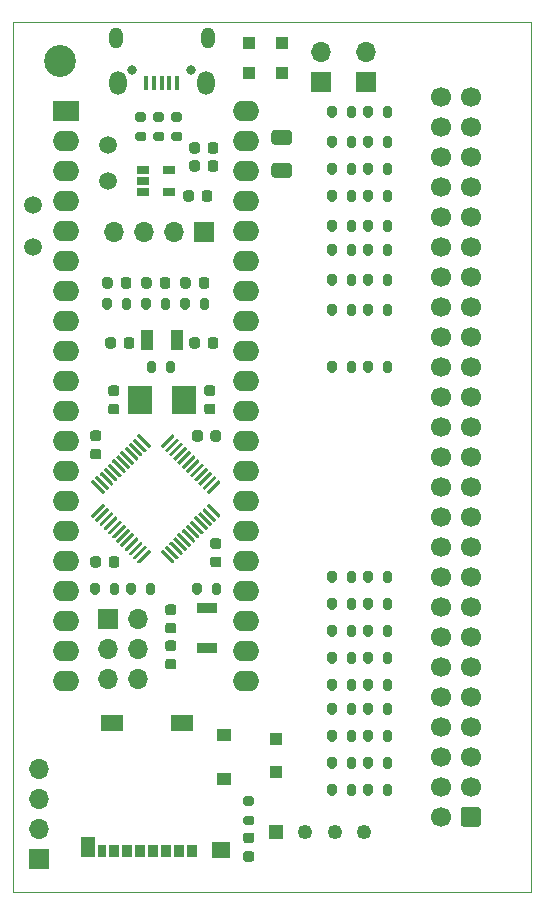
<source format=gbr>
%TF.GenerationSoftware,KiCad,Pcbnew,(5.1.9-16-g1737927814)-1*%
%TF.CreationDate,2021-05-19T21:13:25-05:00*%
%TF.ProjectId,bluepill_scsi,626c7565-7069-46c6-9c5f-736373692e6b,rev?*%
%TF.SameCoordinates,Original*%
%TF.FileFunction,Soldermask,Top*%
%TF.FilePolarity,Negative*%
%FSLAX46Y46*%
G04 Gerber Fmt 4.6, Leading zero omitted, Abs format (unit mm)*
G04 Created by KiCad (PCBNEW (5.1.9-16-g1737927814)-1) date 2021-05-19 21:13:25*
%MOMM*%
%LPD*%
G01*
G04 APERTURE LIST*
%TA.AperFunction,Profile*%
%ADD10C,0.050000*%
%TD*%
%ADD11C,1.500000*%
%ADD12C,1.700000*%
%ADD13R,1.100000X1.100000*%
%ADD14O,1.700000X1.700000*%
%ADD15R,1.700000X1.700000*%
%ADD16R,1.900000X1.350000*%
%ADD17R,1.200000X1.000000*%
%ADD18R,1.550000X1.350000*%
%ADD19R,1.170000X1.800000*%
%ADD20R,0.850000X1.100000*%
%ADD21R,0.750000X1.100000*%
%ADD22R,1.700000X0.900000*%
%ADD23R,2.000000X2.400000*%
%ADD24R,1.000000X1.800000*%
%ADD25R,1.060000X0.650000*%
%ADD26O,0.800000X0.800000*%
%ADD27O,1.150000X1.800000*%
%ADD28O,1.450000X2.000000*%
%ADD29R,0.450000X1.300000*%
%ADD30O,2.250000X1.727200*%
%ADD31R,2.250000X1.727200*%
%ADD32C,2.700000*%
%ADD33R,1.250000X1.250000*%
%ADD34C,1.250000*%
G04 APERTURE END LIST*
D10*
X71755000Y-149225000D02*
X71120000Y-149225000D01*
X71120000Y-147955000D02*
X71120000Y-149225000D01*
X114935000Y-149225000D02*
X71755000Y-149225000D01*
X114935000Y-147955000D02*
X114935000Y-149225000D01*
X114935000Y-75565000D02*
X71120000Y-75565000D01*
X114935000Y-147955000D02*
X114935000Y-75565000D01*
X71120000Y-147955000D02*
X71120000Y-75565000D01*
%TO.C,R47*%
G36*
G01*
X101556000Y-124566000D02*
X101556000Y-125116000D01*
G75*
G02*
X101356000Y-125316000I-200000J0D01*
G01*
X100956000Y-125316000D01*
G75*
G02*
X100756000Y-125116000I0J200000D01*
G01*
X100756000Y-124566000D01*
G75*
G02*
X100956000Y-124366000I200000J0D01*
G01*
X101356000Y-124366000D01*
G75*
G02*
X101556000Y-124566000I0J-200000D01*
G01*
G37*
G36*
G01*
X103206000Y-124566000D02*
X103206000Y-125116000D01*
G75*
G02*
X103006000Y-125316000I-200000J0D01*
G01*
X102606000Y-125316000D01*
G75*
G02*
X102406000Y-125116000I0J200000D01*
G01*
X102406000Y-124566000D01*
G75*
G02*
X102606000Y-124366000I200000J0D01*
G01*
X103006000Y-124366000D01*
G75*
G02*
X103206000Y-124566000I0J-200000D01*
G01*
G37*
%TD*%
%TO.C,R46*%
G36*
G01*
X99358000Y-125116000D02*
X99358000Y-124566000D01*
G75*
G02*
X99558000Y-124366000I200000J0D01*
G01*
X99958000Y-124366000D01*
G75*
G02*
X100158000Y-124566000I0J-200000D01*
G01*
X100158000Y-125116000D01*
G75*
G02*
X99958000Y-125316000I-200000J0D01*
G01*
X99558000Y-125316000D01*
G75*
G02*
X99358000Y-125116000I0J200000D01*
G01*
G37*
G36*
G01*
X97708000Y-125116000D02*
X97708000Y-124566000D01*
G75*
G02*
X97908000Y-124366000I200000J0D01*
G01*
X98308000Y-124366000D01*
G75*
G02*
X98508000Y-124566000I0J-200000D01*
G01*
X98508000Y-125116000D01*
G75*
G02*
X98308000Y-125316000I-200000J0D01*
G01*
X97908000Y-125316000D01*
G75*
G02*
X97708000Y-125116000I0J200000D01*
G01*
G37*
%TD*%
%TO.C,R45*%
G36*
G01*
X101556000Y-126852000D02*
X101556000Y-127402000D01*
G75*
G02*
X101356000Y-127602000I-200000J0D01*
G01*
X100956000Y-127602000D01*
G75*
G02*
X100756000Y-127402000I0J200000D01*
G01*
X100756000Y-126852000D01*
G75*
G02*
X100956000Y-126652000I200000J0D01*
G01*
X101356000Y-126652000D01*
G75*
G02*
X101556000Y-126852000I0J-200000D01*
G01*
G37*
G36*
G01*
X103206000Y-126852000D02*
X103206000Y-127402000D01*
G75*
G02*
X103006000Y-127602000I-200000J0D01*
G01*
X102606000Y-127602000D01*
G75*
G02*
X102406000Y-127402000I0J200000D01*
G01*
X102406000Y-126852000D01*
G75*
G02*
X102606000Y-126652000I200000J0D01*
G01*
X103006000Y-126652000D01*
G75*
G02*
X103206000Y-126852000I0J-200000D01*
G01*
G37*
%TD*%
%TO.C,R44*%
G36*
G01*
X99358000Y-127402000D02*
X99358000Y-126852000D01*
G75*
G02*
X99558000Y-126652000I200000J0D01*
G01*
X99958000Y-126652000D01*
G75*
G02*
X100158000Y-126852000I0J-200000D01*
G01*
X100158000Y-127402000D01*
G75*
G02*
X99958000Y-127602000I-200000J0D01*
G01*
X99558000Y-127602000D01*
G75*
G02*
X99358000Y-127402000I0J200000D01*
G01*
G37*
G36*
G01*
X97708000Y-127402000D02*
X97708000Y-126852000D01*
G75*
G02*
X97908000Y-126652000I200000J0D01*
G01*
X98308000Y-126652000D01*
G75*
G02*
X98508000Y-126852000I0J-200000D01*
G01*
X98508000Y-127402000D01*
G75*
G02*
X98308000Y-127602000I-200000J0D01*
G01*
X97908000Y-127602000D01*
G75*
G02*
X97708000Y-127402000I0J200000D01*
G01*
G37*
%TD*%
%TO.C,R43*%
G36*
G01*
X101556000Y-129138000D02*
X101556000Y-129688000D01*
G75*
G02*
X101356000Y-129888000I-200000J0D01*
G01*
X100956000Y-129888000D01*
G75*
G02*
X100756000Y-129688000I0J200000D01*
G01*
X100756000Y-129138000D01*
G75*
G02*
X100956000Y-128938000I200000J0D01*
G01*
X101356000Y-128938000D01*
G75*
G02*
X101556000Y-129138000I0J-200000D01*
G01*
G37*
G36*
G01*
X103206000Y-129138000D02*
X103206000Y-129688000D01*
G75*
G02*
X103006000Y-129888000I-200000J0D01*
G01*
X102606000Y-129888000D01*
G75*
G02*
X102406000Y-129688000I0J200000D01*
G01*
X102406000Y-129138000D01*
G75*
G02*
X102606000Y-128938000I200000J0D01*
G01*
X103006000Y-128938000D01*
G75*
G02*
X103206000Y-129138000I0J-200000D01*
G01*
G37*
%TD*%
%TO.C,R42*%
G36*
G01*
X99358000Y-129688000D02*
X99358000Y-129138000D01*
G75*
G02*
X99558000Y-128938000I200000J0D01*
G01*
X99958000Y-128938000D01*
G75*
G02*
X100158000Y-129138000I0J-200000D01*
G01*
X100158000Y-129688000D01*
G75*
G02*
X99958000Y-129888000I-200000J0D01*
G01*
X99558000Y-129888000D01*
G75*
G02*
X99358000Y-129688000I0J200000D01*
G01*
G37*
G36*
G01*
X97708000Y-129688000D02*
X97708000Y-129138000D01*
G75*
G02*
X97908000Y-128938000I200000J0D01*
G01*
X98308000Y-128938000D01*
G75*
G02*
X98508000Y-129138000I0J-200000D01*
G01*
X98508000Y-129688000D01*
G75*
G02*
X98308000Y-129888000I-200000J0D01*
G01*
X97908000Y-129888000D01*
G75*
G02*
X97708000Y-129688000I0J200000D01*
G01*
G37*
%TD*%
%TO.C,R41*%
G36*
G01*
X101556000Y-131424000D02*
X101556000Y-131974000D01*
G75*
G02*
X101356000Y-132174000I-200000J0D01*
G01*
X100956000Y-132174000D01*
G75*
G02*
X100756000Y-131974000I0J200000D01*
G01*
X100756000Y-131424000D01*
G75*
G02*
X100956000Y-131224000I200000J0D01*
G01*
X101356000Y-131224000D01*
G75*
G02*
X101556000Y-131424000I0J-200000D01*
G01*
G37*
G36*
G01*
X103206000Y-131424000D02*
X103206000Y-131974000D01*
G75*
G02*
X103006000Y-132174000I-200000J0D01*
G01*
X102606000Y-132174000D01*
G75*
G02*
X102406000Y-131974000I0J200000D01*
G01*
X102406000Y-131424000D01*
G75*
G02*
X102606000Y-131224000I200000J0D01*
G01*
X103006000Y-131224000D01*
G75*
G02*
X103206000Y-131424000I0J-200000D01*
G01*
G37*
%TD*%
%TO.C,R40*%
G36*
G01*
X99358000Y-131974000D02*
X99358000Y-131424000D01*
G75*
G02*
X99558000Y-131224000I200000J0D01*
G01*
X99958000Y-131224000D01*
G75*
G02*
X100158000Y-131424000I0J-200000D01*
G01*
X100158000Y-131974000D01*
G75*
G02*
X99958000Y-132174000I-200000J0D01*
G01*
X99558000Y-132174000D01*
G75*
G02*
X99358000Y-131974000I0J200000D01*
G01*
G37*
G36*
G01*
X97708000Y-131974000D02*
X97708000Y-131424000D01*
G75*
G02*
X97908000Y-131224000I200000J0D01*
G01*
X98308000Y-131224000D01*
G75*
G02*
X98508000Y-131424000I0J-200000D01*
G01*
X98508000Y-131974000D01*
G75*
G02*
X98308000Y-132174000I-200000J0D01*
G01*
X97908000Y-132174000D01*
G75*
G02*
X97708000Y-131974000I0J200000D01*
G01*
G37*
%TD*%
%TO.C,R39*%
G36*
G01*
X101556000Y-133456000D02*
X101556000Y-134006000D01*
G75*
G02*
X101356000Y-134206000I-200000J0D01*
G01*
X100956000Y-134206000D01*
G75*
G02*
X100756000Y-134006000I0J200000D01*
G01*
X100756000Y-133456000D01*
G75*
G02*
X100956000Y-133256000I200000J0D01*
G01*
X101356000Y-133256000D01*
G75*
G02*
X101556000Y-133456000I0J-200000D01*
G01*
G37*
G36*
G01*
X103206000Y-133456000D02*
X103206000Y-134006000D01*
G75*
G02*
X103006000Y-134206000I-200000J0D01*
G01*
X102606000Y-134206000D01*
G75*
G02*
X102406000Y-134006000I0J200000D01*
G01*
X102406000Y-133456000D01*
G75*
G02*
X102606000Y-133256000I200000J0D01*
G01*
X103006000Y-133256000D01*
G75*
G02*
X103206000Y-133456000I0J-200000D01*
G01*
G37*
%TD*%
%TO.C,R38*%
G36*
G01*
X99358000Y-134006000D02*
X99358000Y-133456000D01*
G75*
G02*
X99558000Y-133256000I200000J0D01*
G01*
X99958000Y-133256000D01*
G75*
G02*
X100158000Y-133456000I0J-200000D01*
G01*
X100158000Y-134006000D01*
G75*
G02*
X99958000Y-134206000I-200000J0D01*
G01*
X99558000Y-134206000D01*
G75*
G02*
X99358000Y-134006000I0J200000D01*
G01*
G37*
G36*
G01*
X97708000Y-134006000D02*
X97708000Y-133456000D01*
G75*
G02*
X97908000Y-133256000I200000J0D01*
G01*
X98308000Y-133256000D01*
G75*
G02*
X98508000Y-133456000I0J-200000D01*
G01*
X98508000Y-134006000D01*
G75*
G02*
X98308000Y-134206000I-200000J0D01*
G01*
X97908000Y-134206000D01*
G75*
G02*
X97708000Y-134006000I0J200000D01*
G01*
G37*
%TD*%
%TO.C,R37*%
G36*
G01*
X101556000Y-135742000D02*
X101556000Y-136292000D01*
G75*
G02*
X101356000Y-136492000I-200000J0D01*
G01*
X100956000Y-136492000D01*
G75*
G02*
X100756000Y-136292000I0J200000D01*
G01*
X100756000Y-135742000D01*
G75*
G02*
X100956000Y-135542000I200000J0D01*
G01*
X101356000Y-135542000D01*
G75*
G02*
X101556000Y-135742000I0J-200000D01*
G01*
G37*
G36*
G01*
X103206000Y-135742000D02*
X103206000Y-136292000D01*
G75*
G02*
X103006000Y-136492000I-200000J0D01*
G01*
X102606000Y-136492000D01*
G75*
G02*
X102406000Y-136292000I0J200000D01*
G01*
X102406000Y-135742000D01*
G75*
G02*
X102606000Y-135542000I200000J0D01*
G01*
X103006000Y-135542000D01*
G75*
G02*
X103206000Y-135742000I0J-200000D01*
G01*
G37*
%TD*%
%TO.C,R36*%
G36*
G01*
X99358000Y-136292000D02*
X99358000Y-135742000D01*
G75*
G02*
X99558000Y-135542000I200000J0D01*
G01*
X99958000Y-135542000D01*
G75*
G02*
X100158000Y-135742000I0J-200000D01*
G01*
X100158000Y-136292000D01*
G75*
G02*
X99958000Y-136492000I-200000J0D01*
G01*
X99558000Y-136492000D01*
G75*
G02*
X99358000Y-136292000I0J200000D01*
G01*
G37*
G36*
G01*
X97708000Y-136292000D02*
X97708000Y-135742000D01*
G75*
G02*
X97908000Y-135542000I200000J0D01*
G01*
X98308000Y-135542000D01*
G75*
G02*
X98508000Y-135742000I0J-200000D01*
G01*
X98508000Y-136292000D01*
G75*
G02*
X98308000Y-136492000I-200000J0D01*
G01*
X97908000Y-136492000D01*
G75*
G02*
X97708000Y-136292000I0J200000D01*
G01*
G37*
%TD*%
%TO.C,R35*%
G36*
G01*
X101556000Y-138028000D02*
X101556000Y-138578000D01*
G75*
G02*
X101356000Y-138778000I-200000J0D01*
G01*
X100956000Y-138778000D01*
G75*
G02*
X100756000Y-138578000I0J200000D01*
G01*
X100756000Y-138028000D01*
G75*
G02*
X100956000Y-137828000I200000J0D01*
G01*
X101356000Y-137828000D01*
G75*
G02*
X101556000Y-138028000I0J-200000D01*
G01*
G37*
G36*
G01*
X103206000Y-138028000D02*
X103206000Y-138578000D01*
G75*
G02*
X103006000Y-138778000I-200000J0D01*
G01*
X102606000Y-138778000D01*
G75*
G02*
X102406000Y-138578000I0J200000D01*
G01*
X102406000Y-138028000D01*
G75*
G02*
X102606000Y-137828000I200000J0D01*
G01*
X103006000Y-137828000D01*
G75*
G02*
X103206000Y-138028000I0J-200000D01*
G01*
G37*
%TD*%
%TO.C,R34*%
G36*
G01*
X99358000Y-138578000D02*
X99358000Y-138028000D01*
G75*
G02*
X99558000Y-137828000I200000J0D01*
G01*
X99958000Y-137828000D01*
G75*
G02*
X100158000Y-138028000I0J-200000D01*
G01*
X100158000Y-138578000D01*
G75*
G02*
X99958000Y-138778000I-200000J0D01*
G01*
X99558000Y-138778000D01*
G75*
G02*
X99358000Y-138578000I0J200000D01*
G01*
G37*
G36*
G01*
X97708000Y-138578000D02*
X97708000Y-138028000D01*
G75*
G02*
X97908000Y-137828000I200000J0D01*
G01*
X98308000Y-137828000D01*
G75*
G02*
X98508000Y-138028000I0J-200000D01*
G01*
X98508000Y-138578000D01*
G75*
G02*
X98308000Y-138778000I-200000J0D01*
G01*
X97908000Y-138778000D01*
G75*
G02*
X97708000Y-138578000I0J200000D01*
G01*
G37*
%TD*%
%TO.C,R33*%
G36*
G01*
X101556000Y-140314000D02*
X101556000Y-140864000D01*
G75*
G02*
X101356000Y-141064000I-200000J0D01*
G01*
X100956000Y-141064000D01*
G75*
G02*
X100756000Y-140864000I0J200000D01*
G01*
X100756000Y-140314000D01*
G75*
G02*
X100956000Y-140114000I200000J0D01*
G01*
X101356000Y-140114000D01*
G75*
G02*
X101556000Y-140314000I0J-200000D01*
G01*
G37*
G36*
G01*
X103206000Y-140314000D02*
X103206000Y-140864000D01*
G75*
G02*
X103006000Y-141064000I-200000J0D01*
G01*
X102606000Y-141064000D01*
G75*
G02*
X102406000Y-140864000I0J200000D01*
G01*
X102406000Y-140314000D01*
G75*
G02*
X102606000Y-140114000I200000J0D01*
G01*
X103006000Y-140114000D01*
G75*
G02*
X103206000Y-140314000I0J-200000D01*
G01*
G37*
%TD*%
%TO.C,R32*%
G36*
G01*
X99358000Y-140864000D02*
X99358000Y-140314000D01*
G75*
G02*
X99558000Y-140114000I200000J0D01*
G01*
X99958000Y-140114000D01*
G75*
G02*
X100158000Y-140314000I0J-200000D01*
G01*
X100158000Y-140864000D01*
G75*
G02*
X99958000Y-141064000I-200000J0D01*
G01*
X99558000Y-141064000D01*
G75*
G02*
X99358000Y-140864000I0J200000D01*
G01*
G37*
G36*
G01*
X97708000Y-140864000D02*
X97708000Y-140314000D01*
G75*
G02*
X97908000Y-140114000I200000J0D01*
G01*
X98308000Y-140114000D01*
G75*
G02*
X98508000Y-140314000I0J-200000D01*
G01*
X98508000Y-140864000D01*
G75*
G02*
X98308000Y-141064000I-200000J0D01*
G01*
X97908000Y-141064000D01*
G75*
G02*
X97708000Y-140864000I0J200000D01*
G01*
G37*
%TD*%
%TO.C,R31*%
G36*
G01*
X101556000Y-122280000D02*
X101556000Y-122830000D01*
G75*
G02*
X101356000Y-123030000I-200000J0D01*
G01*
X100956000Y-123030000D01*
G75*
G02*
X100756000Y-122830000I0J200000D01*
G01*
X100756000Y-122280000D01*
G75*
G02*
X100956000Y-122080000I200000J0D01*
G01*
X101356000Y-122080000D01*
G75*
G02*
X101556000Y-122280000I0J-200000D01*
G01*
G37*
G36*
G01*
X103206000Y-122280000D02*
X103206000Y-122830000D01*
G75*
G02*
X103006000Y-123030000I-200000J0D01*
G01*
X102606000Y-123030000D01*
G75*
G02*
X102406000Y-122830000I0J200000D01*
G01*
X102406000Y-122280000D01*
G75*
G02*
X102606000Y-122080000I200000J0D01*
G01*
X103006000Y-122080000D01*
G75*
G02*
X103206000Y-122280000I0J-200000D01*
G01*
G37*
%TD*%
%TO.C,R30*%
G36*
G01*
X99358000Y-122830000D02*
X99358000Y-122280000D01*
G75*
G02*
X99558000Y-122080000I200000J0D01*
G01*
X99958000Y-122080000D01*
G75*
G02*
X100158000Y-122280000I0J-200000D01*
G01*
X100158000Y-122830000D01*
G75*
G02*
X99958000Y-123030000I-200000J0D01*
G01*
X99558000Y-123030000D01*
G75*
G02*
X99358000Y-122830000I0J200000D01*
G01*
G37*
G36*
G01*
X97708000Y-122830000D02*
X97708000Y-122280000D01*
G75*
G02*
X97908000Y-122080000I200000J0D01*
G01*
X98308000Y-122080000D01*
G75*
G02*
X98508000Y-122280000I0J-200000D01*
G01*
X98508000Y-122830000D01*
G75*
G02*
X98308000Y-123030000I-200000J0D01*
G01*
X97908000Y-123030000D01*
G75*
G02*
X97708000Y-122830000I0J200000D01*
G01*
G37*
%TD*%
%TO.C,R29*%
G36*
G01*
X101556000Y-104500000D02*
X101556000Y-105050000D01*
G75*
G02*
X101356000Y-105250000I-200000J0D01*
G01*
X100956000Y-105250000D01*
G75*
G02*
X100756000Y-105050000I0J200000D01*
G01*
X100756000Y-104500000D01*
G75*
G02*
X100956000Y-104300000I200000J0D01*
G01*
X101356000Y-104300000D01*
G75*
G02*
X101556000Y-104500000I0J-200000D01*
G01*
G37*
G36*
G01*
X103206000Y-104500000D02*
X103206000Y-105050000D01*
G75*
G02*
X103006000Y-105250000I-200000J0D01*
G01*
X102606000Y-105250000D01*
G75*
G02*
X102406000Y-105050000I0J200000D01*
G01*
X102406000Y-104500000D01*
G75*
G02*
X102606000Y-104300000I200000J0D01*
G01*
X103006000Y-104300000D01*
G75*
G02*
X103206000Y-104500000I0J-200000D01*
G01*
G37*
%TD*%
%TO.C,R28*%
G36*
G01*
X99358000Y-105050000D02*
X99358000Y-104500000D01*
G75*
G02*
X99558000Y-104300000I200000J0D01*
G01*
X99958000Y-104300000D01*
G75*
G02*
X100158000Y-104500000I0J-200000D01*
G01*
X100158000Y-105050000D01*
G75*
G02*
X99958000Y-105250000I-200000J0D01*
G01*
X99558000Y-105250000D01*
G75*
G02*
X99358000Y-105050000I0J200000D01*
G01*
G37*
G36*
G01*
X97708000Y-105050000D02*
X97708000Y-104500000D01*
G75*
G02*
X97908000Y-104300000I200000J0D01*
G01*
X98308000Y-104300000D01*
G75*
G02*
X98508000Y-104500000I0J-200000D01*
G01*
X98508000Y-105050000D01*
G75*
G02*
X98308000Y-105250000I-200000J0D01*
G01*
X97908000Y-105250000D01*
G75*
G02*
X97708000Y-105050000I0J200000D01*
G01*
G37*
%TD*%
%TO.C,R27*%
G36*
G01*
X101556000Y-97134000D02*
X101556000Y-97684000D01*
G75*
G02*
X101356000Y-97884000I-200000J0D01*
G01*
X100956000Y-97884000D01*
G75*
G02*
X100756000Y-97684000I0J200000D01*
G01*
X100756000Y-97134000D01*
G75*
G02*
X100956000Y-96934000I200000J0D01*
G01*
X101356000Y-96934000D01*
G75*
G02*
X101556000Y-97134000I0J-200000D01*
G01*
G37*
G36*
G01*
X103206000Y-97134000D02*
X103206000Y-97684000D01*
G75*
G02*
X103006000Y-97884000I-200000J0D01*
G01*
X102606000Y-97884000D01*
G75*
G02*
X102406000Y-97684000I0J200000D01*
G01*
X102406000Y-97134000D01*
G75*
G02*
X102606000Y-96934000I200000J0D01*
G01*
X103006000Y-96934000D01*
G75*
G02*
X103206000Y-97134000I0J-200000D01*
G01*
G37*
%TD*%
%TO.C,R26*%
G36*
G01*
X99358000Y-97684000D02*
X99358000Y-97134000D01*
G75*
G02*
X99558000Y-96934000I200000J0D01*
G01*
X99958000Y-96934000D01*
G75*
G02*
X100158000Y-97134000I0J-200000D01*
G01*
X100158000Y-97684000D01*
G75*
G02*
X99958000Y-97884000I-200000J0D01*
G01*
X99558000Y-97884000D01*
G75*
G02*
X99358000Y-97684000I0J200000D01*
G01*
G37*
G36*
G01*
X97708000Y-97684000D02*
X97708000Y-97134000D01*
G75*
G02*
X97908000Y-96934000I200000J0D01*
G01*
X98308000Y-96934000D01*
G75*
G02*
X98508000Y-97134000I0J-200000D01*
G01*
X98508000Y-97684000D01*
G75*
G02*
X98308000Y-97884000I-200000J0D01*
G01*
X97908000Y-97884000D01*
G75*
G02*
X97708000Y-97684000I0J200000D01*
G01*
G37*
%TD*%
%TO.C,R25*%
G36*
G01*
X101556000Y-94594000D02*
X101556000Y-95144000D01*
G75*
G02*
X101356000Y-95344000I-200000J0D01*
G01*
X100956000Y-95344000D01*
G75*
G02*
X100756000Y-95144000I0J200000D01*
G01*
X100756000Y-94594000D01*
G75*
G02*
X100956000Y-94394000I200000J0D01*
G01*
X101356000Y-94394000D01*
G75*
G02*
X101556000Y-94594000I0J-200000D01*
G01*
G37*
G36*
G01*
X103206000Y-94594000D02*
X103206000Y-95144000D01*
G75*
G02*
X103006000Y-95344000I-200000J0D01*
G01*
X102606000Y-95344000D01*
G75*
G02*
X102406000Y-95144000I0J200000D01*
G01*
X102406000Y-94594000D01*
G75*
G02*
X102606000Y-94394000I200000J0D01*
G01*
X103006000Y-94394000D01*
G75*
G02*
X103206000Y-94594000I0J-200000D01*
G01*
G37*
%TD*%
%TO.C,R24*%
G36*
G01*
X99358000Y-95144000D02*
X99358000Y-94594000D01*
G75*
G02*
X99558000Y-94394000I200000J0D01*
G01*
X99958000Y-94394000D01*
G75*
G02*
X100158000Y-94594000I0J-200000D01*
G01*
X100158000Y-95144000D01*
G75*
G02*
X99958000Y-95344000I-200000J0D01*
G01*
X99558000Y-95344000D01*
G75*
G02*
X99358000Y-95144000I0J200000D01*
G01*
G37*
G36*
G01*
X97708000Y-95144000D02*
X97708000Y-94594000D01*
G75*
G02*
X97908000Y-94394000I200000J0D01*
G01*
X98308000Y-94394000D01*
G75*
G02*
X98508000Y-94594000I0J-200000D01*
G01*
X98508000Y-95144000D01*
G75*
G02*
X98308000Y-95344000I-200000J0D01*
G01*
X97908000Y-95344000D01*
G75*
G02*
X97708000Y-95144000I0J200000D01*
G01*
G37*
%TD*%
%TO.C,R23*%
G36*
G01*
X101556000Y-90022000D02*
X101556000Y-90572000D01*
G75*
G02*
X101356000Y-90772000I-200000J0D01*
G01*
X100956000Y-90772000D01*
G75*
G02*
X100756000Y-90572000I0J200000D01*
G01*
X100756000Y-90022000D01*
G75*
G02*
X100956000Y-89822000I200000J0D01*
G01*
X101356000Y-89822000D01*
G75*
G02*
X101556000Y-90022000I0J-200000D01*
G01*
G37*
G36*
G01*
X103206000Y-90022000D02*
X103206000Y-90572000D01*
G75*
G02*
X103006000Y-90772000I-200000J0D01*
G01*
X102606000Y-90772000D01*
G75*
G02*
X102406000Y-90572000I0J200000D01*
G01*
X102406000Y-90022000D01*
G75*
G02*
X102606000Y-89822000I200000J0D01*
G01*
X103006000Y-89822000D01*
G75*
G02*
X103206000Y-90022000I0J-200000D01*
G01*
G37*
%TD*%
%TO.C,R22*%
G36*
G01*
X99358000Y-90572000D02*
X99358000Y-90022000D01*
G75*
G02*
X99558000Y-89822000I200000J0D01*
G01*
X99958000Y-89822000D01*
G75*
G02*
X100158000Y-90022000I0J-200000D01*
G01*
X100158000Y-90572000D01*
G75*
G02*
X99958000Y-90772000I-200000J0D01*
G01*
X99558000Y-90772000D01*
G75*
G02*
X99358000Y-90572000I0J200000D01*
G01*
G37*
G36*
G01*
X97708000Y-90572000D02*
X97708000Y-90022000D01*
G75*
G02*
X97908000Y-89822000I200000J0D01*
G01*
X98308000Y-89822000D01*
G75*
G02*
X98508000Y-90022000I0J-200000D01*
G01*
X98508000Y-90572000D01*
G75*
G02*
X98308000Y-90772000I-200000J0D01*
G01*
X97908000Y-90772000D01*
G75*
G02*
X97708000Y-90572000I0J200000D01*
G01*
G37*
%TD*%
%TO.C,R21*%
G36*
G01*
X101556000Y-99674000D02*
X101556000Y-100224000D01*
G75*
G02*
X101356000Y-100424000I-200000J0D01*
G01*
X100956000Y-100424000D01*
G75*
G02*
X100756000Y-100224000I0J200000D01*
G01*
X100756000Y-99674000D01*
G75*
G02*
X100956000Y-99474000I200000J0D01*
G01*
X101356000Y-99474000D01*
G75*
G02*
X101556000Y-99674000I0J-200000D01*
G01*
G37*
G36*
G01*
X103206000Y-99674000D02*
X103206000Y-100224000D01*
G75*
G02*
X103006000Y-100424000I-200000J0D01*
G01*
X102606000Y-100424000D01*
G75*
G02*
X102406000Y-100224000I0J200000D01*
G01*
X102406000Y-99674000D01*
G75*
G02*
X102606000Y-99474000I200000J0D01*
G01*
X103006000Y-99474000D01*
G75*
G02*
X103206000Y-99674000I0J-200000D01*
G01*
G37*
%TD*%
%TO.C,R20*%
G36*
G01*
X99358000Y-100224000D02*
X99358000Y-99674000D01*
G75*
G02*
X99558000Y-99474000I200000J0D01*
G01*
X99958000Y-99474000D01*
G75*
G02*
X100158000Y-99674000I0J-200000D01*
G01*
X100158000Y-100224000D01*
G75*
G02*
X99958000Y-100424000I-200000J0D01*
G01*
X99558000Y-100424000D01*
G75*
G02*
X99358000Y-100224000I0J200000D01*
G01*
G37*
G36*
G01*
X97708000Y-100224000D02*
X97708000Y-99674000D01*
G75*
G02*
X97908000Y-99474000I200000J0D01*
G01*
X98308000Y-99474000D01*
G75*
G02*
X98508000Y-99674000I0J-200000D01*
G01*
X98508000Y-100224000D01*
G75*
G02*
X98308000Y-100424000I-200000J0D01*
G01*
X97908000Y-100424000D01*
G75*
G02*
X97708000Y-100224000I0J200000D01*
G01*
G37*
%TD*%
%TO.C,R19*%
G36*
G01*
X101556000Y-92562000D02*
X101556000Y-93112000D01*
G75*
G02*
X101356000Y-93312000I-200000J0D01*
G01*
X100956000Y-93312000D01*
G75*
G02*
X100756000Y-93112000I0J200000D01*
G01*
X100756000Y-92562000D01*
G75*
G02*
X100956000Y-92362000I200000J0D01*
G01*
X101356000Y-92362000D01*
G75*
G02*
X101556000Y-92562000I0J-200000D01*
G01*
G37*
G36*
G01*
X103206000Y-92562000D02*
X103206000Y-93112000D01*
G75*
G02*
X103006000Y-93312000I-200000J0D01*
G01*
X102606000Y-93312000D01*
G75*
G02*
X102406000Y-93112000I0J200000D01*
G01*
X102406000Y-92562000D01*
G75*
G02*
X102606000Y-92362000I200000J0D01*
G01*
X103006000Y-92362000D01*
G75*
G02*
X103206000Y-92562000I0J-200000D01*
G01*
G37*
%TD*%
%TO.C,R18*%
G36*
G01*
X99358000Y-93112000D02*
X99358000Y-92562000D01*
G75*
G02*
X99558000Y-92362000I200000J0D01*
G01*
X99958000Y-92362000D01*
G75*
G02*
X100158000Y-92562000I0J-200000D01*
G01*
X100158000Y-93112000D01*
G75*
G02*
X99958000Y-93312000I-200000J0D01*
G01*
X99558000Y-93312000D01*
G75*
G02*
X99358000Y-93112000I0J200000D01*
G01*
G37*
G36*
G01*
X97708000Y-93112000D02*
X97708000Y-92562000D01*
G75*
G02*
X97908000Y-92362000I200000J0D01*
G01*
X98308000Y-92362000D01*
G75*
G02*
X98508000Y-92562000I0J-200000D01*
G01*
X98508000Y-93112000D01*
G75*
G02*
X98308000Y-93312000I-200000J0D01*
G01*
X97908000Y-93312000D01*
G75*
G02*
X97708000Y-93112000I0J200000D01*
G01*
G37*
%TD*%
%TO.C,R17*%
G36*
G01*
X101556000Y-87736000D02*
X101556000Y-88286000D01*
G75*
G02*
X101356000Y-88486000I-200000J0D01*
G01*
X100956000Y-88486000D01*
G75*
G02*
X100756000Y-88286000I0J200000D01*
G01*
X100756000Y-87736000D01*
G75*
G02*
X100956000Y-87536000I200000J0D01*
G01*
X101356000Y-87536000D01*
G75*
G02*
X101556000Y-87736000I0J-200000D01*
G01*
G37*
G36*
G01*
X103206000Y-87736000D02*
X103206000Y-88286000D01*
G75*
G02*
X103006000Y-88486000I-200000J0D01*
G01*
X102606000Y-88486000D01*
G75*
G02*
X102406000Y-88286000I0J200000D01*
G01*
X102406000Y-87736000D01*
G75*
G02*
X102606000Y-87536000I200000J0D01*
G01*
X103006000Y-87536000D01*
G75*
G02*
X103206000Y-87736000I0J-200000D01*
G01*
G37*
%TD*%
%TO.C,R16*%
G36*
G01*
X99358000Y-88286000D02*
X99358000Y-87736000D01*
G75*
G02*
X99558000Y-87536000I200000J0D01*
G01*
X99958000Y-87536000D01*
G75*
G02*
X100158000Y-87736000I0J-200000D01*
G01*
X100158000Y-88286000D01*
G75*
G02*
X99958000Y-88486000I-200000J0D01*
G01*
X99558000Y-88486000D01*
G75*
G02*
X99358000Y-88286000I0J200000D01*
G01*
G37*
G36*
G01*
X97708000Y-88286000D02*
X97708000Y-87736000D01*
G75*
G02*
X97908000Y-87536000I200000J0D01*
G01*
X98308000Y-87536000D01*
G75*
G02*
X98508000Y-87736000I0J-200000D01*
G01*
X98508000Y-88286000D01*
G75*
G02*
X98308000Y-88486000I-200000J0D01*
G01*
X97908000Y-88486000D01*
G75*
G02*
X97708000Y-88286000I0J200000D01*
G01*
G37*
%TD*%
%TO.C,R15*%
G36*
G01*
X101556000Y-85450000D02*
X101556000Y-86000000D01*
G75*
G02*
X101356000Y-86200000I-200000J0D01*
G01*
X100956000Y-86200000D01*
G75*
G02*
X100756000Y-86000000I0J200000D01*
G01*
X100756000Y-85450000D01*
G75*
G02*
X100956000Y-85250000I200000J0D01*
G01*
X101356000Y-85250000D01*
G75*
G02*
X101556000Y-85450000I0J-200000D01*
G01*
G37*
G36*
G01*
X103206000Y-85450000D02*
X103206000Y-86000000D01*
G75*
G02*
X103006000Y-86200000I-200000J0D01*
G01*
X102606000Y-86200000D01*
G75*
G02*
X102406000Y-86000000I0J200000D01*
G01*
X102406000Y-85450000D01*
G75*
G02*
X102606000Y-85250000I200000J0D01*
G01*
X103006000Y-85250000D01*
G75*
G02*
X103206000Y-85450000I0J-200000D01*
G01*
G37*
%TD*%
%TO.C,R14*%
G36*
G01*
X99358000Y-86000000D02*
X99358000Y-85450000D01*
G75*
G02*
X99558000Y-85250000I200000J0D01*
G01*
X99958000Y-85250000D01*
G75*
G02*
X100158000Y-85450000I0J-200000D01*
G01*
X100158000Y-86000000D01*
G75*
G02*
X99958000Y-86200000I-200000J0D01*
G01*
X99558000Y-86200000D01*
G75*
G02*
X99358000Y-86000000I0J200000D01*
G01*
G37*
G36*
G01*
X97708000Y-86000000D02*
X97708000Y-85450000D01*
G75*
G02*
X97908000Y-85250000I200000J0D01*
G01*
X98308000Y-85250000D01*
G75*
G02*
X98508000Y-85450000I0J-200000D01*
G01*
X98508000Y-86000000D01*
G75*
G02*
X98308000Y-86200000I-200000J0D01*
G01*
X97908000Y-86200000D01*
G75*
G02*
X97708000Y-86000000I0J200000D01*
G01*
G37*
%TD*%
%TO.C,R13*%
G36*
G01*
X101556000Y-82910000D02*
X101556000Y-83460000D01*
G75*
G02*
X101356000Y-83660000I-200000J0D01*
G01*
X100956000Y-83660000D01*
G75*
G02*
X100756000Y-83460000I0J200000D01*
G01*
X100756000Y-82910000D01*
G75*
G02*
X100956000Y-82710000I200000J0D01*
G01*
X101356000Y-82710000D01*
G75*
G02*
X101556000Y-82910000I0J-200000D01*
G01*
G37*
G36*
G01*
X103206000Y-82910000D02*
X103206000Y-83460000D01*
G75*
G02*
X103006000Y-83660000I-200000J0D01*
G01*
X102606000Y-83660000D01*
G75*
G02*
X102406000Y-83460000I0J200000D01*
G01*
X102406000Y-82910000D01*
G75*
G02*
X102606000Y-82710000I200000J0D01*
G01*
X103006000Y-82710000D01*
G75*
G02*
X103206000Y-82910000I0J-200000D01*
G01*
G37*
%TD*%
%TO.C,R12*%
G36*
G01*
X99358000Y-83460000D02*
X99358000Y-82910000D01*
G75*
G02*
X99558000Y-82710000I200000J0D01*
G01*
X99958000Y-82710000D01*
G75*
G02*
X100158000Y-82910000I0J-200000D01*
G01*
X100158000Y-83460000D01*
G75*
G02*
X99958000Y-83660000I-200000J0D01*
G01*
X99558000Y-83660000D01*
G75*
G02*
X99358000Y-83460000I0J200000D01*
G01*
G37*
G36*
G01*
X97708000Y-83460000D02*
X97708000Y-82910000D01*
G75*
G02*
X97908000Y-82710000I200000J0D01*
G01*
X98308000Y-82710000D01*
G75*
G02*
X98508000Y-82910000I0J-200000D01*
G01*
X98508000Y-83460000D01*
G75*
G02*
X98308000Y-83660000I-200000J0D01*
G01*
X97908000Y-83660000D01*
G75*
G02*
X97708000Y-83460000I0J200000D01*
G01*
G37*
%TD*%
D11*
%TO.C,TP5*%
X72771000Y-91059000D03*
%TD*%
%TO.C,TP4*%
X72771000Y-94615000D03*
%TD*%
%TO.C,TP3*%
X79121000Y-85979000D03*
%TD*%
%TO.C,TP2*%
X79121000Y-89027000D03*
%TD*%
%TO.C,R8*%
G36*
G01*
X90784000Y-142792000D02*
X91334000Y-142792000D01*
G75*
G02*
X91534000Y-142992000I0J-200000D01*
G01*
X91534000Y-143392000D01*
G75*
G02*
X91334000Y-143592000I-200000J0D01*
G01*
X90784000Y-143592000D01*
G75*
G02*
X90584000Y-143392000I0J200000D01*
G01*
X90584000Y-142992000D01*
G75*
G02*
X90784000Y-142792000I200000J0D01*
G01*
G37*
G36*
G01*
X90784000Y-141142000D02*
X91334000Y-141142000D01*
G75*
G02*
X91534000Y-141342000I0J-200000D01*
G01*
X91534000Y-141742000D01*
G75*
G02*
X91334000Y-141942000I-200000J0D01*
G01*
X90784000Y-141942000D01*
G75*
G02*
X90584000Y-141742000I0J200000D01*
G01*
X90584000Y-141342000D01*
G75*
G02*
X90784000Y-141142000I200000J0D01*
G01*
G37*
%TD*%
%TO.C,D7*%
G36*
G01*
X90802750Y-145790500D02*
X91315250Y-145790500D01*
G75*
G02*
X91534000Y-146009250I0J-218750D01*
G01*
X91534000Y-146446750D01*
G75*
G02*
X91315250Y-146665500I-218750J0D01*
G01*
X90802750Y-146665500D01*
G75*
G02*
X90584000Y-146446750I0J218750D01*
G01*
X90584000Y-146009250D01*
G75*
G02*
X90802750Y-145790500I218750J0D01*
G01*
G37*
G36*
G01*
X90802750Y-144215500D02*
X91315250Y-144215500D01*
G75*
G02*
X91534000Y-144434250I0J-218750D01*
G01*
X91534000Y-144871750D01*
G75*
G02*
X91315250Y-145090500I-218750J0D01*
G01*
X90802750Y-145090500D01*
G75*
G02*
X90584000Y-144871750I0J218750D01*
G01*
X90584000Y-144434250D01*
G75*
G02*
X90802750Y-144215500I218750J0D01*
G01*
G37*
%TD*%
D12*
%TO.C,J5*%
X107315000Y-81915000D03*
X107315000Y-84455000D03*
X107315000Y-86995000D03*
X107315000Y-89535000D03*
X107315000Y-92075000D03*
X107315000Y-94615000D03*
X107315000Y-97155000D03*
X107315000Y-99695000D03*
X107315000Y-102235000D03*
X107315000Y-104775000D03*
X107315000Y-107315000D03*
X107315000Y-109855000D03*
X107315000Y-112395000D03*
X107315000Y-114935000D03*
X107315000Y-117475000D03*
X107315000Y-120015000D03*
X107315000Y-122555000D03*
X107315000Y-125095000D03*
X107315000Y-127635000D03*
X107315000Y-130175000D03*
X107315000Y-132715000D03*
X107315000Y-135255000D03*
X107315000Y-137795000D03*
X107315000Y-140335000D03*
X107315000Y-142875000D03*
X109855000Y-81915000D03*
X109855000Y-84455000D03*
X109855000Y-86995000D03*
X109855000Y-89535000D03*
X109855000Y-92075000D03*
X109855000Y-94615000D03*
X109855000Y-97155000D03*
X109855000Y-99695000D03*
X109855000Y-102235000D03*
X109855000Y-104775000D03*
X109855000Y-107315000D03*
X109855000Y-109855000D03*
X109855000Y-112395000D03*
X109855000Y-114935000D03*
X109855000Y-117475000D03*
X109855000Y-120015000D03*
X109855000Y-122555000D03*
X109855000Y-125095000D03*
X109855000Y-127635000D03*
X109855000Y-130175000D03*
X109855000Y-132715000D03*
X109855000Y-135255000D03*
X109855000Y-137795000D03*
X109855000Y-140335000D03*
G36*
G01*
X110705000Y-142275000D02*
X110705000Y-143475000D01*
G75*
G02*
X110455000Y-143725000I-250000J0D01*
G01*
X109255000Y-143725000D01*
G75*
G02*
X109005000Y-143475000I0J250000D01*
G01*
X109005000Y-142275000D01*
G75*
G02*
X109255000Y-142025000I250000J0D01*
G01*
X110455000Y-142025000D01*
G75*
G02*
X110705000Y-142275000I0J-250000D01*
G01*
G37*
%TD*%
%TO.C,C6*%
G36*
G01*
X87574000Y-88007000D02*
X87574000Y-87507000D01*
G75*
G02*
X87799000Y-87282000I225000J0D01*
G01*
X88249000Y-87282000D01*
G75*
G02*
X88474000Y-87507000I0J-225000D01*
G01*
X88474000Y-88007000D01*
G75*
G02*
X88249000Y-88232000I-225000J0D01*
G01*
X87799000Y-88232000D01*
G75*
G02*
X87574000Y-88007000I0J225000D01*
G01*
G37*
G36*
G01*
X86024000Y-88007000D02*
X86024000Y-87507000D01*
G75*
G02*
X86249000Y-87282000I225000J0D01*
G01*
X86699000Y-87282000D01*
G75*
G02*
X86924000Y-87507000I0J-225000D01*
G01*
X86924000Y-88007000D01*
G75*
G02*
X86699000Y-88232000I-225000J0D01*
G01*
X86249000Y-88232000D01*
G75*
G02*
X86024000Y-88007000I0J225000D01*
G01*
G37*
%TD*%
%TO.C,F1*%
G36*
G01*
X93228000Y-87516000D02*
X94478000Y-87516000D01*
G75*
G02*
X94728000Y-87766000I0J-250000D01*
G01*
X94728000Y-88516000D01*
G75*
G02*
X94478000Y-88766000I-250000J0D01*
G01*
X93228000Y-88766000D01*
G75*
G02*
X92978000Y-88516000I0J250000D01*
G01*
X92978000Y-87766000D01*
G75*
G02*
X93228000Y-87516000I250000J0D01*
G01*
G37*
G36*
G01*
X93228000Y-84716000D02*
X94478000Y-84716000D01*
G75*
G02*
X94728000Y-84966000I0J-250000D01*
G01*
X94728000Y-85716000D01*
G75*
G02*
X94478000Y-85966000I-250000J0D01*
G01*
X93228000Y-85966000D01*
G75*
G02*
X92978000Y-85716000I0J250000D01*
G01*
X92978000Y-84966000D01*
G75*
G02*
X93228000Y-84716000I250000J0D01*
G01*
G37*
%TD*%
D13*
%TO.C,D6*%
X91059000Y-77343000D03*
X93859000Y-77343000D03*
%TD*%
%TO.C,D4*%
X91059000Y-79883000D03*
X93859000Y-79883000D03*
%TD*%
%TO.C,D3*%
X93345000Y-139065000D03*
X93345000Y-136265000D03*
%TD*%
%TO.C,C7*%
G36*
G01*
X87574000Y-86483000D02*
X87574000Y-85983000D01*
G75*
G02*
X87799000Y-85758000I225000J0D01*
G01*
X88249000Y-85758000D01*
G75*
G02*
X88474000Y-85983000I0J-225000D01*
G01*
X88474000Y-86483000D01*
G75*
G02*
X88249000Y-86708000I-225000J0D01*
G01*
X87799000Y-86708000D01*
G75*
G02*
X87574000Y-86483000I0J225000D01*
G01*
G37*
G36*
G01*
X86024000Y-86483000D02*
X86024000Y-85983000D01*
G75*
G02*
X86249000Y-85758000I225000J0D01*
G01*
X86699000Y-85758000D01*
G75*
G02*
X86924000Y-85983000I0J-225000D01*
G01*
X86924000Y-86483000D01*
G75*
G02*
X86699000Y-86708000I-225000J0D01*
G01*
X86249000Y-86708000D01*
G75*
G02*
X86024000Y-86483000I0J225000D01*
G01*
G37*
%TD*%
%TO.C,C5*%
G36*
G01*
X87066000Y-90547000D02*
X87066000Y-90047000D01*
G75*
G02*
X87291000Y-89822000I225000J0D01*
G01*
X87741000Y-89822000D01*
G75*
G02*
X87966000Y-90047000I0J-225000D01*
G01*
X87966000Y-90547000D01*
G75*
G02*
X87741000Y-90772000I-225000J0D01*
G01*
X87291000Y-90772000D01*
G75*
G02*
X87066000Y-90547000I0J225000D01*
G01*
G37*
G36*
G01*
X85516000Y-90547000D02*
X85516000Y-90047000D01*
G75*
G02*
X85741000Y-89822000I225000J0D01*
G01*
X86191000Y-89822000D01*
G75*
G02*
X86416000Y-90047000I0J-225000D01*
G01*
X86416000Y-90547000D01*
G75*
G02*
X86191000Y-90772000I-225000J0D01*
G01*
X85741000Y-90772000D01*
G75*
G02*
X85516000Y-90547000I0J225000D01*
G01*
G37*
%TD*%
D14*
%TO.C,J8*%
X73279000Y-138811000D03*
X73279000Y-141351000D03*
X73279000Y-143891000D03*
D15*
X73279000Y-146431000D03*
%TD*%
D16*
%TO.C,J6*%
X79455000Y-134960000D03*
X85425000Y-134960000D03*
D17*
X88925000Y-139635000D03*
X88925000Y-135935000D03*
D18*
X88750000Y-145660000D03*
D19*
X77430000Y-145435000D03*
D20*
X79690000Y-145785000D03*
X80790000Y-145785000D03*
X81890000Y-145785000D03*
X82990000Y-145785000D03*
X84090000Y-145785000D03*
X85190000Y-145785000D03*
D21*
X78640000Y-145785000D03*
D20*
X86290000Y-145785000D03*
%TD*%
D22*
%TO.C,SW1*%
X87503000Y-125173000D03*
X87503000Y-128573000D03*
%TD*%
D23*
%TO.C,Y2*%
X85543000Y-107569000D03*
X81843000Y-107569000D03*
%TD*%
D24*
%TO.C,Y3*%
X82443000Y-102489000D03*
X84943000Y-102489000D03*
%TD*%
%TO.C,U2*%
G36*
G01*
X83609264Y-111425516D02*
X84546180Y-110488600D01*
G75*
G02*
X84652246Y-110488600I53033J-53033D01*
G01*
X84758312Y-110594666D01*
G75*
G02*
X84758312Y-110700732I-53033J-53033D01*
G01*
X83821396Y-111637648D01*
G75*
G02*
X83715330Y-111637648I-53033J53033D01*
G01*
X83609264Y-111531582D01*
G75*
G02*
X83609264Y-111425516I53033J53033D01*
G01*
G37*
G36*
G01*
X83962818Y-111779070D02*
X84899734Y-110842154D01*
G75*
G02*
X85005800Y-110842154I53033J-53033D01*
G01*
X85111866Y-110948220D01*
G75*
G02*
X85111866Y-111054286I-53033J-53033D01*
G01*
X84174950Y-111991202D01*
G75*
G02*
X84068884Y-111991202I-53033J53033D01*
G01*
X83962818Y-111885136D01*
G75*
G02*
X83962818Y-111779070I53033J53033D01*
G01*
G37*
G36*
G01*
X84316371Y-112132623D02*
X85253287Y-111195707D01*
G75*
G02*
X85359353Y-111195707I53033J-53033D01*
G01*
X85465419Y-111301773D01*
G75*
G02*
X85465419Y-111407839I-53033J-53033D01*
G01*
X84528503Y-112344755D01*
G75*
G02*
X84422437Y-112344755I-53033J53033D01*
G01*
X84316371Y-112238689D01*
G75*
G02*
X84316371Y-112132623I53033J53033D01*
G01*
G37*
G36*
G01*
X84669925Y-112486177D02*
X85606841Y-111549261D01*
G75*
G02*
X85712907Y-111549261I53033J-53033D01*
G01*
X85818973Y-111655327D01*
G75*
G02*
X85818973Y-111761393I-53033J-53033D01*
G01*
X84882057Y-112698309D01*
G75*
G02*
X84775991Y-112698309I-53033J53033D01*
G01*
X84669925Y-112592243D01*
G75*
G02*
X84669925Y-112486177I53033J53033D01*
G01*
G37*
G36*
G01*
X85023478Y-112839730D02*
X85960394Y-111902814D01*
G75*
G02*
X86066460Y-111902814I53033J-53033D01*
G01*
X86172526Y-112008880D01*
G75*
G02*
X86172526Y-112114946I-53033J-53033D01*
G01*
X85235610Y-113051862D01*
G75*
G02*
X85129544Y-113051862I-53033J53033D01*
G01*
X85023478Y-112945796D01*
G75*
G02*
X85023478Y-112839730I53033J53033D01*
G01*
G37*
G36*
G01*
X85377031Y-113193283D02*
X86313947Y-112256367D01*
G75*
G02*
X86420013Y-112256367I53033J-53033D01*
G01*
X86526079Y-112362433D01*
G75*
G02*
X86526079Y-112468499I-53033J-53033D01*
G01*
X85589163Y-113405415D01*
G75*
G02*
X85483097Y-113405415I-53033J53033D01*
G01*
X85377031Y-113299349D01*
G75*
G02*
X85377031Y-113193283I53033J53033D01*
G01*
G37*
G36*
G01*
X85730585Y-113546837D02*
X86667501Y-112609921D01*
G75*
G02*
X86773567Y-112609921I53033J-53033D01*
G01*
X86879633Y-112715987D01*
G75*
G02*
X86879633Y-112822053I-53033J-53033D01*
G01*
X85942717Y-113758969D01*
G75*
G02*
X85836651Y-113758969I-53033J53033D01*
G01*
X85730585Y-113652903D01*
G75*
G02*
X85730585Y-113546837I53033J53033D01*
G01*
G37*
G36*
G01*
X86084138Y-113900390D02*
X87021054Y-112963474D01*
G75*
G02*
X87127120Y-112963474I53033J-53033D01*
G01*
X87233186Y-113069540D01*
G75*
G02*
X87233186Y-113175606I-53033J-53033D01*
G01*
X86296270Y-114112522D01*
G75*
G02*
X86190204Y-114112522I-53033J53033D01*
G01*
X86084138Y-114006456D01*
G75*
G02*
X86084138Y-113900390I53033J53033D01*
G01*
G37*
G36*
G01*
X86437691Y-114253943D02*
X87374607Y-113317027D01*
G75*
G02*
X87480673Y-113317027I53033J-53033D01*
G01*
X87586739Y-113423093D01*
G75*
G02*
X87586739Y-113529159I-53033J-53033D01*
G01*
X86649823Y-114466075D01*
G75*
G02*
X86543757Y-114466075I-53033J53033D01*
G01*
X86437691Y-114360009D01*
G75*
G02*
X86437691Y-114253943I53033J53033D01*
G01*
G37*
G36*
G01*
X86791245Y-114607497D02*
X87728161Y-113670581D01*
G75*
G02*
X87834227Y-113670581I53033J-53033D01*
G01*
X87940293Y-113776647D01*
G75*
G02*
X87940293Y-113882713I-53033J-53033D01*
G01*
X87003377Y-114819629D01*
G75*
G02*
X86897311Y-114819629I-53033J53033D01*
G01*
X86791245Y-114713563D01*
G75*
G02*
X86791245Y-114607497I53033J53033D01*
G01*
G37*
G36*
G01*
X87144798Y-114961050D02*
X88081714Y-114024134D01*
G75*
G02*
X88187780Y-114024134I53033J-53033D01*
G01*
X88293846Y-114130200D01*
G75*
G02*
X88293846Y-114236266I-53033J-53033D01*
G01*
X87356930Y-115173182D01*
G75*
G02*
X87250864Y-115173182I-53033J53033D01*
G01*
X87144798Y-115067116D01*
G75*
G02*
X87144798Y-114961050I53033J53033D01*
G01*
G37*
G36*
G01*
X87498352Y-115314604D02*
X88435268Y-114377688D01*
G75*
G02*
X88541334Y-114377688I53033J-53033D01*
G01*
X88647400Y-114483754D01*
G75*
G02*
X88647400Y-114589820I-53033J-53033D01*
G01*
X87710484Y-115526736D01*
G75*
G02*
X87604418Y-115526736I-53033J53033D01*
G01*
X87498352Y-115420670D01*
G75*
G02*
X87498352Y-115314604I53033J53033D01*
G01*
G37*
G36*
G01*
X87498352Y-116481330D02*
X87604418Y-116375264D01*
G75*
G02*
X87710484Y-116375264I53033J-53033D01*
G01*
X88647400Y-117312180D01*
G75*
G02*
X88647400Y-117418246I-53033J-53033D01*
G01*
X88541334Y-117524312D01*
G75*
G02*
X88435268Y-117524312I-53033J53033D01*
G01*
X87498352Y-116587396D01*
G75*
G02*
X87498352Y-116481330I53033J53033D01*
G01*
G37*
G36*
G01*
X87144798Y-116834884D02*
X87250864Y-116728818D01*
G75*
G02*
X87356930Y-116728818I53033J-53033D01*
G01*
X88293846Y-117665734D01*
G75*
G02*
X88293846Y-117771800I-53033J-53033D01*
G01*
X88187780Y-117877866D01*
G75*
G02*
X88081714Y-117877866I-53033J53033D01*
G01*
X87144798Y-116940950D01*
G75*
G02*
X87144798Y-116834884I53033J53033D01*
G01*
G37*
G36*
G01*
X86791245Y-117188437D02*
X86897311Y-117082371D01*
G75*
G02*
X87003377Y-117082371I53033J-53033D01*
G01*
X87940293Y-118019287D01*
G75*
G02*
X87940293Y-118125353I-53033J-53033D01*
G01*
X87834227Y-118231419D01*
G75*
G02*
X87728161Y-118231419I-53033J53033D01*
G01*
X86791245Y-117294503D01*
G75*
G02*
X86791245Y-117188437I53033J53033D01*
G01*
G37*
G36*
G01*
X86437691Y-117541991D02*
X86543757Y-117435925D01*
G75*
G02*
X86649823Y-117435925I53033J-53033D01*
G01*
X87586739Y-118372841D01*
G75*
G02*
X87586739Y-118478907I-53033J-53033D01*
G01*
X87480673Y-118584973D01*
G75*
G02*
X87374607Y-118584973I-53033J53033D01*
G01*
X86437691Y-117648057D01*
G75*
G02*
X86437691Y-117541991I53033J53033D01*
G01*
G37*
G36*
G01*
X86084138Y-117895544D02*
X86190204Y-117789478D01*
G75*
G02*
X86296270Y-117789478I53033J-53033D01*
G01*
X87233186Y-118726394D01*
G75*
G02*
X87233186Y-118832460I-53033J-53033D01*
G01*
X87127120Y-118938526D01*
G75*
G02*
X87021054Y-118938526I-53033J53033D01*
G01*
X86084138Y-118001610D01*
G75*
G02*
X86084138Y-117895544I53033J53033D01*
G01*
G37*
G36*
G01*
X85730585Y-118249097D02*
X85836651Y-118143031D01*
G75*
G02*
X85942717Y-118143031I53033J-53033D01*
G01*
X86879633Y-119079947D01*
G75*
G02*
X86879633Y-119186013I-53033J-53033D01*
G01*
X86773567Y-119292079D01*
G75*
G02*
X86667501Y-119292079I-53033J53033D01*
G01*
X85730585Y-118355163D01*
G75*
G02*
X85730585Y-118249097I53033J53033D01*
G01*
G37*
G36*
G01*
X85377031Y-118602651D02*
X85483097Y-118496585D01*
G75*
G02*
X85589163Y-118496585I53033J-53033D01*
G01*
X86526079Y-119433501D01*
G75*
G02*
X86526079Y-119539567I-53033J-53033D01*
G01*
X86420013Y-119645633D01*
G75*
G02*
X86313947Y-119645633I-53033J53033D01*
G01*
X85377031Y-118708717D01*
G75*
G02*
X85377031Y-118602651I53033J53033D01*
G01*
G37*
G36*
G01*
X85023478Y-118956204D02*
X85129544Y-118850138D01*
G75*
G02*
X85235610Y-118850138I53033J-53033D01*
G01*
X86172526Y-119787054D01*
G75*
G02*
X86172526Y-119893120I-53033J-53033D01*
G01*
X86066460Y-119999186D01*
G75*
G02*
X85960394Y-119999186I-53033J53033D01*
G01*
X85023478Y-119062270D01*
G75*
G02*
X85023478Y-118956204I53033J53033D01*
G01*
G37*
G36*
G01*
X84669925Y-119309757D02*
X84775991Y-119203691D01*
G75*
G02*
X84882057Y-119203691I53033J-53033D01*
G01*
X85818973Y-120140607D01*
G75*
G02*
X85818973Y-120246673I-53033J-53033D01*
G01*
X85712907Y-120352739D01*
G75*
G02*
X85606841Y-120352739I-53033J53033D01*
G01*
X84669925Y-119415823D01*
G75*
G02*
X84669925Y-119309757I53033J53033D01*
G01*
G37*
G36*
G01*
X84316371Y-119663311D02*
X84422437Y-119557245D01*
G75*
G02*
X84528503Y-119557245I53033J-53033D01*
G01*
X85465419Y-120494161D01*
G75*
G02*
X85465419Y-120600227I-53033J-53033D01*
G01*
X85359353Y-120706293D01*
G75*
G02*
X85253287Y-120706293I-53033J53033D01*
G01*
X84316371Y-119769377D01*
G75*
G02*
X84316371Y-119663311I53033J53033D01*
G01*
G37*
G36*
G01*
X83962818Y-120016864D02*
X84068884Y-119910798D01*
G75*
G02*
X84174950Y-119910798I53033J-53033D01*
G01*
X85111866Y-120847714D01*
G75*
G02*
X85111866Y-120953780I-53033J-53033D01*
G01*
X85005800Y-121059846D01*
G75*
G02*
X84899734Y-121059846I-53033J53033D01*
G01*
X83962818Y-120122930D01*
G75*
G02*
X83962818Y-120016864I53033J53033D01*
G01*
G37*
G36*
G01*
X83609264Y-120370418D02*
X83715330Y-120264352D01*
G75*
G02*
X83821396Y-120264352I53033J-53033D01*
G01*
X84758312Y-121201268D01*
G75*
G02*
X84758312Y-121307334I-53033J-53033D01*
G01*
X84652246Y-121413400D01*
G75*
G02*
X84546180Y-121413400I-53033J53033D01*
G01*
X83609264Y-120476484D01*
G75*
G02*
X83609264Y-120370418I53033J53033D01*
G01*
G37*
G36*
G01*
X81611688Y-121201268D02*
X82548604Y-120264352D01*
G75*
G02*
X82654670Y-120264352I53033J-53033D01*
G01*
X82760736Y-120370418D01*
G75*
G02*
X82760736Y-120476484I-53033J-53033D01*
G01*
X81823820Y-121413400D01*
G75*
G02*
X81717754Y-121413400I-53033J53033D01*
G01*
X81611688Y-121307334D01*
G75*
G02*
X81611688Y-121201268I53033J53033D01*
G01*
G37*
G36*
G01*
X81258134Y-120847714D02*
X82195050Y-119910798D01*
G75*
G02*
X82301116Y-119910798I53033J-53033D01*
G01*
X82407182Y-120016864D01*
G75*
G02*
X82407182Y-120122930I-53033J-53033D01*
G01*
X81470266Y-121059846D01*
G75*
G02*
X81364200Y-121059846I-53033J53033D01*
G01*
X81258134Y-120953780D01*
G75*
G02*
X81258134Y-120847714I53033J53033D01*
G01*
G37*
G36*
G01*
X80904581Y-120494161D02*
X81841497Y-119557245D01*
G75*
G02*
X81947563Y-119557245I53033J-53033D01*
G01*
X82053629Y-119663311D01*
G75*
G02*
X82053629Y-119769377I-53033J-53033D01*
G01*
X81116713Y-120706293D01*
G75*
G02*
X81010647Y-120706293I-53033J53033D01*
G01*
X80904581Y-120600227D01*
G75*
G02*
X80904581Y-120494161I53033J53033D01*
G01*
G37*
G36*
G01*
X80551027Y-120140607D02*
X81487943Y-119203691D01*
G75*
G02*
X81594009Y-119203691I53033J-53033D01*
G01*
X81700075Y-119309757D01*
G75*
G02*
X81700075Y-119415823I-53033J-53033D01*
G01*
X80763159Y-120352739D01*
G75*
G02*
X80657093Y-120352739I-53033J53033D01*
G01*
X80551027Y-120246673D01*
G75*
G02*
X80551027Y-120140607I53033J53033D01*
G01*
G37*
G36*
G01*
X80197474Y-119787054D02*
X81134390Y-118850138D01*
G75*
G02*
X81240456Y-118850138I53033J-53033D01*
G01*
X81346522Y-118956204D01*
G75*
G02*
X81346522Y-119062270I-53033J-53033D01*
G01*
X80409606Y-119999186D01*
G75*
G02*
X80303540Y-119999186I-53033J53033D01*
G01*
X80197474Y-119893120D01*
G75*
G02*
X80197474Y-119787054I53033J53033D01*
G01*
G37*
G36*
G01*
X79843921Y-119433501D02*
X80780837Y-118496585D01*
G75*
G02*
X80886903Y-118496585I53033J-53033D01*
G01*
X80992969Y-118602651D01*
G75*
G02*
X80992969Y-118708717I-53033J-53033D01*
G01*
X80056053Y-119645633D01*
G75*
G02*
X79949987Y-119645633I-53033J53033D01*
G01*
X79843921Y-119539567D01*
G75*
G02*
X79843921Y-119433501I53033J53033D01*
G01*
G37*
G36*
G01*
X79490367Y-119079947D02*
X80427283Y-118143031D01*
G75*
G02*
X80533349Y-118143031I53033J-53033D01*
G01*
X80639415Y-118249097D01*
G75*
G02*
X80639415Y-118355163I-53033J-53033D01*
G01*
X79702499Y-119292079D01*
G75*
G02*
X79596433Y-119292079I-53033J53033D01*
G01*
X79490367Y-119186013D01*
G75*
G02*
X79490367Y-119079947I53033J53033D01*
G01*
G37*
G36*
G01*
X79136814Y-118726394D02*
X80073730Y-117789478D01*
G75*
G02*
X80179796Y-117789478I53033J-53033D01*
G01*
X80285862Y-117895544D01*
G75*
G02*
X80285862Y-118001610I-53033J-53033D01*
G01*
X79348946Y-118938526D01*
G75*
G02*
X79242880Y-118938526I-53033J53033D01*
G01*
X79136814Y-118832460D01*
G75*
G02*
X79136814Y-118726394I53033J53033D01*
G01*
G37*
G36*
G01*
X78783261Y-118372841D02*
X79720177Y-117435925D01*
G75*
G02*
X79826243Y-117435925I53033J-53033D01*
G01*
X79932309Y-117541991D01*
G75*
G02*
X79932309Y-117648057I-53033J-53033D01*
G01*
X78995393Y-118584973D01*
G75*
G02*
X78889327Y-118584973I-53033J53033D01*
G01*
X78783261Y-118478907D01*
G75*
G02*
X78783261Y-118372841I53033J53033D01*
G01*
G37*
G36*
G01*
X78429707Y-118019287D02*
X79366623Y-117082371D01*
G75*
G02*
X79472689Y-117082371I53033J-53033D01*
G01*
X79578755Y-117188437D01*
G75*
G02*
X79578755Y-117294503I-53033J-53033D01*
G01*
X78641839Y-118231419D01*
G75*
G02*
X78535773Y-118231419I-53033J53033D01*
G01*
X78429707Y-118125353D01*
G75*
G02*
X78429707Y-118019287I53033J53033D01*
G01*
G37*
G36*
G01*
X78076154Y-117665734D02*
X79013070Y-116728818D01*
G75*
G02*
X79119136Y-116728818I53033J-53033D01*
G01*
X79225202Y-116834884D01*
G75*
G02*
X79225202Y-116940950I-53033J-53033D01*
G01*
X78288286Y-117877866D01*
G75*
G02*
X78182220Y-117877866I-53033J53033D01*
G01*
X78076154Y-117771800D01*
G75*
G02*
X78076154Y-117665734I53033J53033D01*
G01*
G37*
G36*
G01*
X77722600Y-117312180D02*
X78659516Y-116375264D01*
G75*
G02*
X78765582Y-116375264I53033J-53033D01*
G01*
X78871648Y-116481330D01*
G75*
G02*
X78871648Y-116587396I-53033J-53033D01*
G01*
X77934732Y-117524312D01*
G75*
G02*
X77828666Y-117524312I-53033J53033D01*
G01*
X77722600Y-117418246D01*
G75*
G02*
X77722600Y-117312180I53033J53033D01*
G01*
G37*
G36*
G01*
X77722600Y-114483754D02*
X77828666Y-114377688D01*
G75*
G02*
X77934732Y-114377688I53033J-53033D01*
G01*
X78871648Y-115314604D01*
G75*
G02*
X78871648Y-115420670I-53033J-53033D01*
G01*
X78765582Y-115526736D01*
G75*
G02*
X78659516Y-115526736I-53033J53033D01*
G01*
X77722600Y-114589820D01*
G75*
G02*
X77722600Y-114483754I53033J53033D01*
G01*
G37*
G36*
G01*
X78076154Y-114130200D02*
X78182220Y-114024134D01*
G75*
G02*
X78288286Y-114024134I53033J-53033D01*
G01*
X79225202Y-114961050D01*
G75*
G02*
X79225202Y-115067116I-53033J-53033D01*
G01*
X79119136Y-115173182D01*
G75*
G02*
X79013070Y-115173182I-53033J53033D01*
G01*
X78076154Y-114236266D01*
G75*
G02*
X78076154Y-114130200I53033J53033D01*
G01*
G37*
G36*
G01*
X78429707Y-113776647D02*
X78535773Y-113670581D01*
G75*
G02*
X78641839Y-113670581I53033J-53033D01*
G01*
X79578755Y-114607497D01*
G75*
G02*
X79578755Y-114713563I-53033J-53033D01*
G01*
X79472689Y-114819629D01*
G75*
G02*
X79366623Y-114819629I-53033J53033D01*
G01*
X78429707Y-113882713D01*
G75*
G02*
X78429707Y-113776647I53033J53033D01*
G01*
G37*
G36*
G01*
X78783261Y-113423093D02*
X78889327Y-113317027D01*
G75*
G02*
X78995393Y-113317027I53033J-53033D01*
G01*
X79932309Y-114253943D01*
G75*
G02*
X79932309Y-114360009I-53033J-53033D01*
G01*
X79826243Y-114466075D01*
G75*
G02*
X79720177Y-114466075I-53033J53033D01*
G01*
X78783261Y-113529159D01*
G75*
G02*
X78783261Y-113423093I53033J53033D01*
G01*
G37*
G36*
G01*
X79136814Y-113069540D02*
X79242880Y-112963474D01*
G75*
G02*
X79348946Y-112963474I53033J-53033D01*
G01*
X80285862Y-113900390D01*
G75*
G02*
X80285862Y-114006456I-53033J-53033D01*
G01*
X80179796Y-114112522D01*
G75*
G02*
X80073730Y-114112522I-53033J53033D01*
G01*
X79136814Y-113175606D01*
G75*
G02*
X79136814Y-113069540I53033J53033D01*
G01*
G37*
G36*
G01*
X79490367Y-112715987D02*
X79596433Y-112609921D01*
G75*
G02*
X79702499Y-112609921I53033J-53033D01*
G01*
X80639415Y-113546837D01*
G75*
G02*
X80639415Y-113652903I-53033J-53033D01*
G01*
X80533349Y-113758969D01*
G75*
G02*
X80427283Y-113758969I-53033J53033D01*
G01*
X79490367Y-112822053D01*
G75*
G02*
X79490367Y-112715987I53033J53033D01*
G01*
G37*
G36*
G01*
X79843921Y-112362433D02*
X79949987Y-112256367D01*
G75*
G02*
X80056053Y-112256367I53033J-53033D01*
G01*
X80992969Y-113193283D01*
G75*
G02*
X80992969Y-113299349I-53033J-53033D01*
G01*
X80886903Y-113405415D01*
G75*
G02*
X80780837Y-113405415I-53033J53033D01*
G01*
X79843921Y-112468499D01*
G75*
G02*
X79843921Y-112362433I53033J53033D01*
G01*
G37*
G36*
G01*
X80197474Y-112008880D02*
X80303540Y-111902814D01*
G75*
G02*
X80409606Y-111902814I53033J-53033D01*
G01*
X81346522Y-112839730D01*
G75*
G02*
X81346522Y-112945796I-53033J-53033D01*
G01*
X81240456Y-113051862D01*
G75*
G02*
X81134390Y-113051862I-53033J53033D01*
G01*
X80197474Y-112114946D01*
G75*
G02*
X80197474Y-112008880I53033J53033D01*
G01*
G37*
G36*
G01*
X80551027Y-111655327D02*
X80657093Y-111549261D01*
G75*
G02*
X80763159Y-111549261I53033J-53033D01*
G01*
X81700075Y-112486177D01*
G75*
G02*
X81700075Y-112592243I-53033J-53033D01*
G01*
X81594009Y-112698309D01*
G75*
G02*
X81487943Y-112698309I-53033J53033D01*
G01*
X80551027Y-111761393D01*
G75*
G02*
X80551027Y-111655327I53033J53033D01*
G01*
G37*
G36*
G01*
X80904581Y-111301773D02*
X81010647Y-111195707D01*
G75*
G02*
X81116713Y-111195707I53033J-53033D01*
G01*
X82053629Y-112132623D01*
G75*
G02*
X82053629Y-112238689I-53033J-53033D01*
G01*
X81947563Y-112344755D01*
G75*
G02*
X81841497Y-112344755I-53033J53033D01*
G01*
X80904581Y-111407839D01*
G75*
G02*
X80904581Y-111301773I53033J53033D01*
G01*
G37*
G36*
G01*
X81258134Y-110948220D02*
X81364200Y-110842154D01*
G75*
G02*
X81470266Y-110842154I53033J-53033D01*
G01*
X82407182Y-111779070D01*
G75*
G02*
X82407182Y-111885136I-53033J-53033D01*
G01*
X82301116Y-111991202D01*
G75*
G02*
X82195050Y-111991202I-53033J53033D01*
G01*
X81258134Y-111054286D01*
G75*
G02*
X81258134Y-110948220I53033J53033D01*
G01*
G37*
G36*
G01*
X81611688Y-110594666D02*
X81717754Y-110488600D01*
G75*
G02*
X81823820Y-110488600I53033J-53033D01*
G01*
X82760736Y-111425516D01*
G75*
G02*
X82760736Y-111531582I-53033J-53033D01*
G01*
X82654670Y-111637648D01*
G75*
G02*
X82548604Y-111637648I-53033J53033D01*
G01*
X81611688Y-110700732D01*
G75*
G02*
X81611688Y-110594666I53033J53033D01*
G01*
G37*
%TD*%
D25*
%TO.C,U1*%
X84285000Y-88077000D03*
X84285000Y-89977000D03*
X82085000Y-89977000D03*
X82085000Y-89027000D03*
X82085000Y-88077000D03*
%TD*%
%TO.C,R4*%
G36*
G01*
X82340000Y-123846000D02*
X82340000Y-123296000D01*
G75*
G02*
X82540000Y-123096000I200000J0D01*
G01*
X82940000Y-123096000D01*
G75*
G02*
X83140000Y-123296000I0J-200000D01*
G01*
X83140000Y-123846000D01*
G75*
G02*
X82940000Y-124046000I-200000J0D01*
G01*
X82540000Y-124046000D01*
G75*
G02*
X82340000Y-123846000I0J200000D01*
G01*
G37*
G36*
G01*
X80690000Y-123846000D02*
X80690000Y-123296000D01*
G75*
G02*
X80890000Y-123096000I200000J0D01*
G01*
X81290000Y-123096000D01*
G75*
G02*
X81490000Y-123296000I0J-200000D01*
G01*
X81490000Y-123846000D01*
G75*
G02*
X81290000Y-124046000I-200000J0D01*
G01*
X80890000Y-124046000D01*
G75*
G02*
X80690000Y-123846000I0J200000D01*
G01*
G37*
%TD*%
%TO.C,R3*%
G36*
G01*
X79292000Y-123846000D02*
X79292000Y-123296000D01*
G75*
G02*
X79492000Y-123096000I200000J0D01*
G01*
X79892000Y-123096000D01*
G75*
G02*
X80092000Y-123296000I0J-200000D01*
G01*
X80092000Y-123846000D01*
G75*
G02*
X79892000Y-124046000I-200000J0D01*
G01*
X79492000Y-124046000D01*
G75*
G02*
X79292000Y-123846000I0J200000D01*
G01*
G37*
G36*
G01*
X77642000Y-123846000D02*
X77642000Y-123296000D01*
G75*
G02*
X77842000Y-123096000I200000J0D01*
G01*
X78242000Y-123096000D01*
G75*
G02*
X78442000Y-123296000I0J-200000D01*
G01*
X78442000Y-123846000D01*
G75*
G02*
X78242000Y-124046000I-200000J0D01*
G01*
X77842000Y-124046000D01*
G75*
G02*
X77642000Y-123846000I0J200000D01*
G01*
G37*
%TD*%
%TO.C,R10*%
G36*
G01*
X84688000Y-84880000D02*
X85238000Y-84880000D01*
G75*
G02*
X85438000Y-85080000I0J-200000D01*
G01*
X85438000Y-85480000D01*
G75*
G02*
X85238000Y-85680000I-200000J0D01*
G01*
X84688000Y-85680000D01*
G75*
G02*
X84488000Y-85480000I0J200000D01*
G01*
X84488000Y-85080000D01*
G75*
G02*
X84688000Y-84880000I200000J0D01*
G01*
G37*
G36*
G01*
X84688000Y-83230000D02*
X85238000Y-83230000D01*
G75*
G02*
X85438000Y-83430000I0J-200000D01*
G01*
X85438000Y-83830000D01*
G75*
G02*
X85238000Y-84030000I-200000J0D01*
G01*
X84688000Y-84030000D01*
G75*
G02*
X84488000Y-83830000I0J200000D01*
G01*
X84488000Y-83430000D01*
G75*
G02*
X84688000Y-83230000I200000J0D01*
G01*
G37*
%TD*%
%TO.C,R6*%
G36*
G01*
X84055000Y-105050000D02*
X84055000Y-104500000D01*
G75*
G02*
X84255000Y-104300000I200000J0D01*
G01*
X84655000Y-104300000D01*
G75*
G02*
X84855000Y-104500000I0J-200000D01*
G01*
X84855000Y-105050000D01*
G75*
G02*
X84655000Y-105250000I-200000J0D01*
G01*
X84255000Y-105250000D01*
G75*
G02*
X84055000Y-105050000I0J200000D01*
G01*
G37*
G36*
G01*
X82405000Y-105050000D02*
X82405000Y-104500000D01*
G75*
G02*
X82605000Y-104300000I200000J0D01*
G01*
X83005000Y-104300000D01*
G75*
G02*
X83205000Y-104500000I0J-200000D01*
G01*
X83205000Y-105050000D01*
G75*
G02*
X83005000Y-105250000I-200000J0D01*
G01*
X82605000Y-105250000D01*
G75*
G02*
X82405000Y-105050000I0J200000D01*
G01*
G37*
%TD*%
%TO.C,R5*%
G36*
G01*
X83610000Y-99716000D02*
X83610000Y-99166000D01*
G75*
G02*
X83810000Y-98966000I200000J0D01*
G01*
X84210000Y-98966000D01*
G75*
G02*
X84410000Y-99166000I0J-200000D01*
G01*
X84410000Y-99716000D01*
G75*
G02*
X84210000Y-99916000I-200000J0D01*
G01*
X83810000Y-99916000D01*
G75*
G02*
X83610000Y-99716000I0J200000D01*
G01*
G37*
G36*
G01*
X81960000Y-99716000D02*
X81960000Y-99166000D01*
G75*
G02*
X82160000Y-98966000I200000J0D01*
G01*
X82560000Y-98966000D01*
G75*
G02*
X82760000Y-99166000I0J-200000D01*
G01*
X82760000Y-99716000D01*
G75*
G02*
X82560000Y-99916000I-200000J0D01*
G01*
X82160000Y-99916000D01*
G75*
G02*
X81960000Y-99716000I0J200000D01*
G01*
G37*
%TD*%
%TO.C,R11*%
G36*
G01*
X83164000Y-84880000D02*
X83714000Y-84880000D01*
G75*
G02*
X83914000Y-85080000I0J-200000D01*
G01*
X83914000Y-85480000D01*
G75*
G02*
X83714000Y-85680000I-200000J0D01*
G01*
X83164000Y-85680000D01*
G75*
G02*
X82964000Y-85480000I0J200000D01*
G01*
X82964000Y-85080000D01*
G75*
G02*
X83164000Y-84880000I200000J0D01*
G01*
G37*
G36*
G01*
X83164000Y-83230000D02*
X83714000Y-83230000D01*
G75*
G02*
X83914000Y-83430000I0J-200000D01*
G01*
X83914000Y-83830000D01*
G75*
G02*
X83714000Y-84030000I-200000J0D01*
G01*
X83164000Y-84030000D01*
G75*
G02*
X82964000Y-83830000I0J200000D01*
G01*
X82964000Y-83430000D01*
G75*
G02*
X83164000Y-83230000I200000J0D01*
G01*
G37*
%TD*%
%TO.C,R9*%
G36*
G01*
X82190000Y-84030000D02*
X81640000Y-84030000D01*
G75*
G02*
X81440000Y-83830000I0J200000D01*
G01*
X81440000Y-83430000D01*
G75*
G02*
X81640000Y-83230000I200000J0D01*
G01*
X82190000Y-83230000D01*
G75*
G02*
X82390000Y-83430000I0J-200000D01*
G01*
X82390000Y-83830000D01*
G75*
G02*
X82190000Y-84030000I-200000J0D01*
G01*
G37*
G36*
G01*
X82190000Y-85680000D02*
X81640000Y-85680000D01*
G75*
G02*
X81440000Y-85480000I0J200000D01*
G01*
X81440000Y-85080000D01*
G75*
G02*
X81640000Y-84880000I200000J0D01*
G01*
X82190000Y-84880000D01*
G75*
G02*
X82390000Y-85080000I0J-200000D01*
G01*
X82390000Y-85480000D01*
G75*
G02*
X82190000Y-85680000I-200000J0D01*
G01*
G37*
%TD*%
%TO.C,R7*%
G36*
G01*
X80308000Y-99716000D02*
X80308000Y-99166000D01*
G75*
G02*
X80508000Y-98966000I200000J0D01*
G01*
X80908000Y-98966000D01*
G75*
G02*
X81108000Y-99166000I0J-200000D01*
G01*
X81108000Y-99716000D01*
G75*
G02*
X80908000Y-99916000I-200000J0D01*
G01*
X80508000Y-99916000D01*
G75*
G02*
X80308000Y-99716000I0J200000D01*
G01*
G37*
G36*
G01*
X78658000Y-99716000D02*
X78658000Y-99166000D01*
G75*
G02*
X78858000Y-98966000I200000J0D01*
G01*
X79258000Y-98966000D01*
G75*
G02*
X79458000Y-99166000I0J-200000D01*
G01*
X79458000Y-99716000D01*
G75*
G02*
X79258000Y-99916000I-200000J0D01*
G01*
X78858000Y-99916000D01*
G75*
G02*
X78658000Y-99716000I0J200000D01*
G01*
G37*
%TD*%
%TO.C,R1*%
G36*
G01*
X86912000Y-99716000D02*
X86912000Y-99166000D01*
G75*
G02*
X87112000Y-98966000I200000J0D01*
G01*
X87512000Y-98966000D01*
G75*
G02*
X87712000Y-99166000I0J-200000D01*
G01*
X87712000Y-99716000D01*
G75*
G02*
X87512000Y-99916000I-200000J0D01*
G01*
X87112000Y-99916000D01*
G75*
G02*
X86912000Y-99716000I0J200000D01*
G01*
G37*
G36*
G01*
X85262000Y-99716000D02*
X85262000Y-99166000D01*
G75*
G02*
X85462000Y-98966000I200000J0D01*
G01*
X85862000Y-98966000D01*
G75*
G02*
X86062000Y-99166000I0J-200000D01*
G01*
X86062000Y-99716000D01*
G75*
G02*
X85862000Y-99916000I-200000J0D01*
G01*
X85462000Y-99916000D01*
G75*
G02*
X85262000Y-99716000I0J200000D01*
G01*
G37*
%TD*%
%TO.C,R2*%
G36*
G01*
X87928000Y-123846000D02*
X87928000Y-123296000D01*
G75*
G02*
X88128000Y-123096000I200000J0D01*
G01*
X88528000Y-123096000D01*
G75*
G02*
X88728000Y-123296000I0J-200000D01*
G01*
X88728000Y-123846000D01*
G75*
G02*
X88528000Y-124046000I-200000J0D01*
G01*
X88128000Y-124046000D01*
G75*
G02*
X87928000Y-123846000I0J200000D01*
G01*
G37*
G36*
G01*
X86278000Y-123846000D02*
X86278000Y-123296000D01*
G75*
G02*
X86478000Y-123096000I200000J0D01*
G01*
X86878000Y-123096000D01*
G75*
G02*
X87078000Y-123296000I0J-200000D01*
G01*
X87078000Y-123846000D01*
G75*
G02*
X86878000Y-124046000I-200000J0D01*
G01*
X86478000Y-124046000D01*
G75*
G02*
X86278000Y-123846000I0J200000D01*
G01*
G37*
%TD*%
D14*
%TO.C,J7*%
X81661000Y-131191000D03*
X79121000Y-131191000D03*
X81661000Y-128651000D03*
X79121000Y-128651000D03*
X81661000Y-126111000D03*
D15*
X79121000Y-126111000D03*
%TD*%
D14*
%TO.C,J2*%
X79629000Y-93345000D03*
X82169000Y-93345000D03*
X84709000Y-93345000D03*
D15*
X87249000Y-93345000D03*
%TD*%
D26*
%TO.C,J3*%
X81193000Y-79667000D03*
X86193000Y-79667000D03*
D27*
X79818000Y-76917000D03*
X87568000Y-76917000D03*
D28*
X79968000Y-80717000D03*
X87418000Y-80717000D03*
D29*
X82393000Y-80767000D03*
X83043000Y-80767000D03*
X83693000Y-80767000D03*
X84343000Y-80767000D03*
X84993000Y-80767000D03*
%TD*%
%TO.C,D2*%
G36*
G01*
X83535000Y-97919250D02*
X83535000Y-97406750D01*
G75*
G02*
X83753750Y-97188000I218750J0D01*
G01*
X84191250Y-97188000D01*
G75*
G02*
X84410000Y-97406750I0J-218750D01*
G01*
X84410000Y-97919250D01*
G75*
G02*
X84191250Y-98138000I-218750J0D01*
G01*
X83753750Y-98138000D01*
G75*
G02*
X83535000Y-97919250I0J218750D01*
G01*
G37*
G36*
G01*
X81960000Y-97919250D02*
X81960000Y-97406750D01*
G75*
G02*
X82178750Y-97188000I218750J0D01*
G01*
X82616250Y-97188000D01*
G75*
G02*
X82835000Y-97406750I0J-218750D01*
G01*
X82835000Y-97919250D01*
G75*
G02*
X82616250Y-98138000I-218750J0D01*
G01*
X82178750Y-98138000D01*
G75*
G02*
X81960000Y-97919250I0J218750D01*
G01*
G37*
%TD*%
%TO.C,D5*%
G36*
G01*
X80233000Y-97919250D02*
X80233000Y-97406750D01*
G75*
G02*
X80451750Y-97188000I218750J0D01*
G01*
X80889250Y-97188000D01*
G75*
G02*
X81108000Y-97406750I0J-218750D01*
G01*
X81108000Y-97919250D01*
G75*
G02*
X80889250Y-98138000I-218750J0D01*
G01*
X80451750Y-98138000D01*
G75*
G02*
X80233000Y-97919250I0J218750D01*
G01*
G37*
G36*
G01*
X78658000Y-97919250D02*
X78658000Y-97406750D01*
G75*
G02*
X78876750Y-97188000I218750J0D01*
G01*
X79314250Y-97188000D01*
G75*
G02*
X79533000Y-97406750I0J-218750D01*
G01*
X79533000Y-97919250D01*
G75*
G02*
X79314250Y-98138000I-218750J0D01*
G01*
X78876750Y-98138000D01*
G75*
G02*
X78658000Y-97919250I0J218750D01*
G01*
G37*
%TD*%
%TO.C,D1*%
G36*
G01*
X86837000Y-97919250D02*
X86837000Y-97406750D01*
G75*
G02*
X87055750Y-97188000I218750J0D01*
G01*
X87493250Y-97188000D01*
G75*
G02*
X87712000Y-97406750I0J-218750D01*
G01*
X87712000Y-97919250D01*
G75*
G02*
X87493250Y-98138000I-218750J0D01*
G01*
X87055750Y-98138000D01*
G75*
G02*
X86837000Y-97919250I0J218750D01*
G01*
G37*
G36*
G01*
X85262000Y-97919250D02*
X85262000Y-97406750D01*
G75*
G02*
X85480750Y-97188000I218750J0D01*
G01*
X85918250Y-97188000D01*
G75*
G02*
X86137000Y-97406750I0J-218750D01*
G01*
X86137000Y-97919250D01*
G75*
G02*
X85918250Y-98138000I-218750J0D01*
G01*
X85480750Y-98138000D01*
G75*
G02*
X85262000Y-97919250I0J218750D01*
G01*
G37*
%TD*%
%TO.C,C1*%
G36*
G01*
X84205000Y-129484000D02*
X84705000Y-129484000D01*
G75*
G02*
X84930000Y-129709000I0J-225000D01*
G01*
X84930000Y-130159000D01*
G75*
G02*
X84705000Y-130384000I-225000J0D01*
G01*
X84205000Y-130384000D01*
G75*
G02*
X83980000Y-130159000I0J225000D01*
G01*
X83980000Y-129709000D01*
G75*
G02*
X84205000Y-129484000I225000J0D01*
G01*
G37*
G36*
G01*
X84205000Y-127934000D02*
X84705000Y-127934000D01*
G75*
G02*
X84930000Y-128159000I0J-225000D01*
G01*
X84930000Y-128609000D01*
G75*
G02*
X84705000Y-128834000I-225000J0D01*
G01*
X84205000Y-128834000D01*
G75*
G02*
X83980000Y-128609000I0J225000D01*
G01*
X83980000Y-128159000D01*
G75*
G02*
X84205000Y-127934000I225000J0D01*
G01*
G37*
%TD*%
%TO.C,C4*%
G36*
G01*
X87815000Y-110867000D02*
X87815000Y-110367000D01*
G75*
G02*
X88040000Y-110142000I225000J0D01*
G01*
X88490000Y-110142000D01*
G75*
G02*
X88715000Y-110367000I0J-225000D01*
G01*
X88715000Y-110867000D01*
G75*
G02*
X88490000Y-111092000I-225000J0D01*
G01*
X88040000Y-111092000D01*
G75*
G02*
X87815000Y-110867000I0J225000D01*
G01*
G37*
G36*
G01*
X86265000Y-110867000D02*
X86265000Y-110367000D01*
G75*
G02*
X86490000Y-110142000I225000J0D01*
G01*
X86940000Y-110142000D01*
G75*
G02*
X87165000Y-110367000I0J-225000D01*
G01*
X87165000Y-110867000D01*
G75*
G02*
X86940000Y-111092000I-225000J0D01*
G01*
X86490000Y-111092000D01*
G75*
G02*
X86265000Y-110867000I0J225000D01*
G01*
G37*
%TD*%
%TO.C,C3*%
G36*
G01*
X78542000Y-121035000D02*
X78542000Y-121535000D01*
G75*
G02*
X78317000Y-121760000I-225000J0D01*
G01*
X77867000Y-121760000D01*
G75*
G02*
X77642000Y-121535000I0J225000D01*
G01*
X77642000Y-121035000D01*
G75*
G02*
X77867000Y-120810000I225000J0D01*
G01*
X78317000Y-120810000D01*
G75*
G02*
X78542000Y-121035000I0J-225000D01*
G01*
G37*
G36*
G01*
X80092000Y-121035000D02*
X80092000Y-121535000D01*
G75*
G02*
X79867000Y-121760000I-225000J0D01*
G01*
X79417000Y-121760000D01*
G75*
G02*
X79192000Y-121535000I0J225000D01*
G01*
X79192000Y-121035000D01*
G75*
G02*
X79417000Y-120810000I225000J0D01*
G01*
X79867000Y-120810000D01*
G75*
G02*
X80092000Y-121035000I0J-225000D01*
G01*
G37*
%TD*%
%TO.C,C11*%
G36*
G01*
X88015000Y-120835000D02*
X88515000Y-120835000D01*
G75*
G02*
X88740000Y-121060000I0J-225000D01*
G01*
X88740000Y-121510000D01*
G75*
G02*
X88515000Y-121735000I-225000J0D01*
G01*
X88015000Y-121735000D01*
G75*
G02*
X87790000Y-121510000I0J225000D01*
G01*
X87790000Y-121060000D01*
G75*
G02*
X88015000Y-120835000I225000J0D01*
G01*
G37*
G36*
G01*
X88015000Y-119285000D02*
X88515000Y-119285000D01*
G75*
G02*
X88740000Y-119510000I0J-225000D01*
G01*
X88740000Y-119960000D01*
G75*
G02*
X88515000Y-120185000I-225000J0D01*
G01*
X88015000Y-120185000D01*
G75*
G02*
X87790000Y-119960000I0J225000D01*
G01*
X87790000Y-119510000D01*
G75*
G02*
X88015000Y-119285000I225000J0D01*
G01*
G37*
%TD*%
%TO.C,C10*%
G36*
G01*
X78355000Y-111054000D02*
X77855000Y-111054000D01*
G75*
G02*
X77630000Y-110829000I0J225000D01*
G01*
X77630000Y-110379000D01*
G75*
G02*
X77855000Y-110154000I225000J0D01*
G01*
X78355000Y-110154000D01*
G75*
G02*
X78580000Y-110379000I0J-225000D01*
G01*
X78580000Y-110829000D01*
G75*
G02*
X78355000Y-111054000I-225000J0D01*
G01*
G37*
G36*
G01*
X78355000Y-112604000D02*
X77855000Y-112604000D01*
G75*
G02*
X77630000Y-112379000I0J225000D01*
G01*
X77630000Y-111929000D01*
G75*
G02*
X77855000Y-111704000I225000J0D01*
G01*
X78355000Y-111704000D01*
G75*
G02*
X78580000Y-111929000I0J-225000D01*
G01*
X78580000Y-112379000D01*
G75*
G02*
X78355000Y-112604000I-225000J0D01*
G01*
G37*
%TD*%
%TO.C,C14*%
G36*
G01*
X88007000Y-107231000D02*
X87507000Y-107231000D01*
G75*
G02*
X87282000Y-107006000I0J225000D01*
G01*
X87282000Y-106556000D01*
G75*
G02*
X87507000Y-106331000I225000J0D01*
G01*
X88007000Y-106331000D01*
G75*
G02*
X88232000Y-106556000I0J-225000D01*
G01*
X88232000Y-107006000D01*
G75*
G02*
X88007000Y-107231000I-225000J0D01*
G01*
G37*
G36*
G01*
X88007000Y-108781000D02*
X87507000Y-108781000D01*
G75*
G02*
X87282000Y-108556000I0J225000D01*
G01*
X87282000Y-108106000D01*
G75*
G02*
X87507000Y-107881000I225000J0D01*
G01*
X88007000Y-107881000D01*
G75*
G02*
X88232000Y-108106000I0J-225000D01*
G01*
X88232000Y-108556000D01*
G75*
G02*
X88007000Y-108781000I-225000J0D01*
G01*
G37*
%TD*%
%TO.C,C13*%
G36*
G01*
X79879000Y-107244000D02*
X79379000Y-107244000D01*
G75*
G02*
X79154000Y-107019000I0J225000D01*
G01*
X79154000Y-106569000D01*
G75*
G02*
X79379000Y-106344000I225000J0D01*
G01*
X79879000Y-106344000D01*
G75*
G02*
X80104000Y-106569000I0J-225000D01*
G01*
X80104000Y-107019000D01*
G75*
G02*
X79879000Y-107244000I-225000J0D01*
G01*
G37*
G36*
G01*
X79879000Y-108794000D02*
X79379000Y-108794000D01*
G75*
G02*
X79154000Y-108569000I0J225000D01*
G01*
X79154000Y-108119000D01*
G75*
G02*
X79379000Y-107894000I225000J0D01*
G01*
X79879000Y-107894000D01*
G75*
G02*
X80104000Y-108119000I0J-225000D01*
G01*
X80104000Y-108569000D01*
G75*
G02*
X79879000Y-108794000I-225000J0D01*
G01*
G37*
%TD*%
%TO.C,C2*%
G36*
G01*
X84205000Y-126436000D02*
X84705000Y-126436000D01*
G75*
G02*
X84930000Y-126661000I0J-225000D01*
G01*
X84930000Y-127111000D01*
G75*
G02*
X84705000Y-127336000I-225000J0D01*
G01*
X84205000Y-127336000D01*
G75*
G02*
X83980000Y-127111000I0J225000D01*
G01*
X83980000Y-126661000D01*
G75*
G02*
X84205000Y-126436000I225000J0D01*
G01*
G37*
G36*
G01*
X84205000Y-124886000D02*
X84705000Y-124886000D01*
G75*
G02*
X84930000Y-125111000I0J-225000D01*
G01*
X84930000Y-125561000D01*
G75*
G02*
X84705000Y-125786000I-225000J0D01*
G01*
X84205000Y-125786000D01*
G75*
G02*
X83980000Y-125561000I0J225000D01*
G01*
X83980000Y-125111000D01*
G75*
G02*
X84205000Y-124886000I225000J0D01*
G01*
G37*
%TD*%
%TO.C,C12*%
G36*
G01*
X79812000Y-102493000D02*
X79812000Y-102993000D01*
G75*
G02*
X79587000Y-103218000I-225000J0D01*
G01*
X79137000Y-103218000D01*
G75*
G02*
X78912000Y-102993000I0J225000D01*
G01*
X78912000Y-102493000D01*
G75*
G02*
X79137000Y-102268000I225000J0D01*
G01*
X79587000Y-102268000D01*
G75*
G02*
X79812000Y-102493000I0J-225000D01*
G01*
G37*
G36*
G01*
X81362000Y-102493000D02*
X81362000Y-102993000D01*
G75*
G02*
X81137000Y-103218000I-225000J0D01*
G01*
X80687000Y-103218000D01*
G75*
G02*
X80462000Y-102993000I0J225000D01*
G01*
X80462000Y-102493000D01*
G75*
G02*
X80687000Y-102268000I225000J0D01*
G01*
X81137000Y-102268000D01*
G75*
G02*
X81362000Y-102493000I0J-225000D01*
G01*
G37*
%TD*%
%TO.C,C9*%
G36*
G01*
X87574000Y-102993000D02*
X87574000Y-102493000D01*
G75*
G02*
X87799000Y-102268000I225000J0D01*
G01*
X88249000Y-102268000D01*
G75*
G02*
X88474000Y-102493000I0J-225000D01*
G01*
X88474000Y-102993000D01*
G75*
G02*
X88249000Y-103218000I-225000J0D01*
G01*
X87799000Y-103218000D01*
G75*
G02*
X87574000Y-102993000I0J225000D01*
G01*
G37*
G36*
G01*
X86024000Y-102993000D02*
X86024000Y-102493000D01*
G75*
G02*
X86249000Y-102268000I225000J0D01*
G01*
X86699000Y-102268000D01*
G75*
G02*
X86924000Y-102493000I0J-225000D01*
G01*
X86924000Y-102993000D01*
G75*
G02*
X86699000Y-103218000I-225000J0D01*
G01*
X86249000Y-103218000D01*
G75*
G02*
X86024000Y-102993000I0J225000D01*
G01*
G37*
%TD*%
D30*
%TO.C,U3*%
X90805000Y-83083400D03*
X90805000Y-85674200D03*
X90805000Y-88214200D03*
X90805000Y-90754200D03*
X90805000Y-93294200D03*
X90805000Y-95834200D03*
X90805000Y-98374200D03*
X90805000Y-100914200D03*
X90805000Y-103454200D03*
X90805000Y-105994200D03*
X90805000Y-108534200D03*
X90805000Y-111074200D03*
X90805000Y-113614200D03*
X90805000Y-116154200D03*
X90805000Y-118694200D03*
X90805000Y-121234200D03*
X90805000Y-123774200D03*
X90805000Y-126314200D03*
X90805000Y-128854200D03*
X90805000Y-131394200D03*
X75565000Y-131394200D03*
X75565000Y-128854200D03*
X75565000Y-126314200D03*
X75565000Y-123774200D03*
X75565000Y-121234200D03*
X75565000Y-118694200D03*
X75565000Y-116154200D03*
X75565000Y-113614200D03*
X75565000Y-111074200D03*
X75565000Y-108534200D03*
X75565000Y-105994200D03*
X75565000Y-103454200D03*
X75565000Y-100914200D03*
X75565000Y-98374200D03*
X75565000Y-95834200D03*
X75565000Y-93294200D03*
X75565000Y-90754200D03*
X75565000Y-88214200D03*
X75565000Y-85674200D03*
D31*
X75565000Y-83134200D03*
%TD*%
D32*
%TO.C,H1*%
X75057000Y-78867000D03*
%TD*%
D15*
%TO.C,JP1*%
X100965000Y-80645000D03*
D14*
X100965000Y-78105000D03*
%TD*%
%TO.C,JP2*%
X97155000Y-78105000D03*
D15*
X97155000Y-80645000D03*
%TD*%
D33*
%TO.C,J4*%
X93345000Y-144145000D03*
D34*
X95845000Y-144145000D03*
X98345000Y-144145000D03*
X100845000Y-144145000D03*
%TD*%
M02*

</source>
